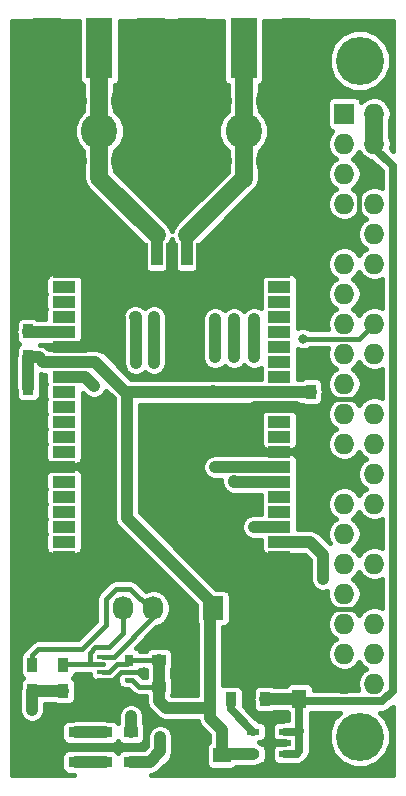
<source format=gtl>
G04 #@! TF.FileFunction,Copper,L1,Top,Signal*
%FSLAX46Y46*%
G04 Gerber Fmt 4.6, Leading zero omitted, Abs format (unit mm)*
G04 Created by KiCad (PCBNEW 4.0.0-rc1-stable) date 31.1.2017 13:36:08*
%MOMM*%
G01*
G04 APERTURE LIST*
%ADD10C,0.100000*%
%ADD11R,1.727200X1.727200*%
%ADD12O,1.727200X1.727200*%
%ADD13C,4.064000*%
%ADD14R,0.900000X1.200000*%
%ADD15R,1.250000X1.500000*%
%ADD16R,1.200000X0.900000*%
%ADD17R,1.500000X1.250000*%
%ADD18R,1.016000X1.962000*%
%ADD19R,1.962000X1.016000*%
%ADD20R,1.050000X0.600000*%
%ADD21R,0.800000X0.350000*%
%ADD22O,3.400000X2.200000*%
%ADD23R,1.727200X2.032000*%
%ADD24O,1.727200X2.032000*%
%ADD25C,3.080000*%
%ADD26R,2.286000X5.080000*%
%ADD27R,2.413000X5.080000*%
%ADD28C,0.800000*%
%ADD29C,1.000000*%
%ADD30C,0.700000*%
%ADD31C,0.400000*%
%ADD32C,0.200000*%
%ADD33C,1.500000*%
%ADD34C,0.500000*%
G04 APERTURE END LIST*
D10*
D11*
X28800000Y56640000D03*
D12*
X31340000Y56640000D03*
X28800000Y54100000D03*
X31340000Y54100000D03*
X28800000Y51560000D03*
X31340000Y51560000D03*
X28800000Y49020000D03*
X31340000Y49020000D03*
X28800000Y46480000D03*
X31340000Y46480000D03*
X28800000Y43940000D03*
X31340000Y43940000D03*
X28800000Y41400000D03*
X31340000Y41400000D03*
X28800000Y38860000D03*
X31340000Y38860000D03*
X28800000Y36320000D03*
X31340000Y36320000D03*
X28800000Y33780000D03*
X31340000Y33780000D03*
X28800000Y31240000D03*
X31340000Y31240000D03*
X28800000Y28700000D03*
X31340000Y28700000D03*
X28800000Y26160000D03*
X31340000Y26160000D03*
X28800000Y23620000D03*
X31340000Y23620000D03*
X28800000Y21080000D03*
X31340000Y21080000D03*
X28800000Y18540000D03*
X31340000Y18540000D03*
X28800000Y16000000D03*
X31340000Y16000000D03*
X28800000Y13460000D03*
X31340000Y13460000D03*
X28800000Y10920000D03*
X31340000Y10920000D03*
X28800000Y8380000D03*
X31340000Y8380000D03*
D13*
X30115000Y3880000D03*
X30110000Y61140000D03*
D14*
X2030000Y33420000D03*
X2030000Y31220000D03*
X25970000Y33110000D03*
X25970000Y30910000D03*
X22110000Y7070000D03*
X22110000Y9270000D03*
D15*
X25010000Y7120000D03*
X25010000Y9620000D03*
D16*
X15300000Y8130000D03*
X13100000Y8130000D03*
X15300000Y10410000D03*
X13100000Y10410000D03*
D14*
X19210000Y7070000D03*
X19210000Y9270000D03*
D17*
X18420000Y2330000D03*
X15920000Y2330000D03*
D16*
X3870000Y1750000D03*
X6070000Y1750000D03*
X3870000Y4270000D03*
X6070000Y4270000D03*
X8550000Y1750000D03*
X10750000Y1750000D03*
D14*
X5030000Y7780000D03*
X5030000Y9980000D03*
X2380000Y7780000D03*
X2380000Y9980000D03*
X2030000Y36000000D03*
X2030000Y38200000D03*
D16*
X8550000Y4270000D03*
X10750000Y4270000D03*
D18*
X18010000Y44759000D03*
X10390000Y44759000D03*
X11660000Y44759000D03*
X16740000Y44759000D03*
X15470000Y44759000D03*
X14200000Y44759000D03*
X12930000Y44759000D03*
D19*
X23309000Y20410000D03*
X23309000Y21680000D03*
X23309000Y22950000D03*
X23309000Y24220000D03*
X23309000Y25490000D03*
X23309000Y26760000D03*
X23309000Y28030000D03*
X23309000Y29300000D03*
X23309000Y30570000D03*
X23309000Y31840000D03*
X23309000Y33110000D03*
X23309000Y34380000D03*
X23309000Y35650000D03*
X23309000Y36920000D03*
X23309000Y38190000D03*
X23309000Y39460000D03*
X23309000Y40730000D03*
X23309000Y42000000D03*
X23309000Y19140000D03*
X23309000Y43270000D03*
X5091000Y43270000D03*
X5091000Y42000000D03*
X5091000Y40730000D03*
X5091000Y39460000D03*
X5091000Y38190000D03*
X5091000Y36920000D03*
X5091000Y35650000D03*
X5091000Y34380000D03*
X5091000Y33110000D03*
X5091000Y31840000D03*
X5091000Y30570000D03*
X5091000Y29300000D03*
X5091000Y28030000D03*
X5091000Y26760000D03*
X5091000Y25490000D03*
X5091000Y24220000D03*
X5091000Y22950000D03*
X5091000Y21680000D03*
X5091000Y20410000D03*
X5091000Y19140000D03*
D20*
X21110000Y4320000D03*
X21110000Y2420000D03*
X23810000Y2420000D03*
X23810000Y4320000D03*
X23810000Y3370000D03*
D21*
X10595000Y10675000D03*
X10595000Y10025000D03*
X10595000Y9375000D03*
X10595000Y8725000D03*
X8245000Y8725000D03*
X8245000Y9375000D03*
X8245000Y10675000D03*
X8245000Y10025000D03*
D22*
X2510000Y15320000D03*
D23*
X17710000Y14770000D03*
D24*
X15170000Y14770000D03*
X12630000Y14770000D03*
X10090000Y14770000D03*
D22*
X25310000Y15320000D03*
D25*
X20290000Y55160000D03*
X22830000Y52610000D03*
X17750000Y52610000D03*
X22830000Y57710000D03*
D26*
X20290000Y62160000D03*
D27*
X24690000Y62160000D03*
X15890000Y62160000D03*
D25*
X17750000Y57710000D03*
X8070000Y55170000D03*
X10610000Y52620000D03*
X5530000Y52620000D03*
X10610000Y57720000D03*
D26*
X8070000Y62170000D03*
D27*
X12470000Y62170000D03*
X3670000Y62170000D03*
D25*
X5530000Y57720000D03*
D28*
X2380000Y6150000D03*
X18420000Y4480000D03*
X21550000Y16270000D03*
X17860000Y20760000D03*
X15760000Y25340000D03*
X15360000Y28080000D03*
X15760000Y23020000D03*
X20050000Y18340000D03*
X21440000Y13240000D03*
X13300000Y25350000D03*
X14400000Y31220000D03*
X14450000Y35030000D03*
X13290000Y28180000D03*
X13300000Y23030000D03*
X23470000Y11300000D03*
X26630000Y9640000D03*
X20690000Y9660000D03*
X22680000Y3370000D03*
X2500000Y1750000D03*
X25310000Y28030000D03*
X3240000Y19140000D03*
X3400000Y43270000D03*
X9670000Y46970000D03*
X8100000Y48540000D03*
X6380000Y50260000D03*
X7190000Y49450000D03*
X8930000Y47710000D03*
X10370000Y46270000D03*
X12620000Y49470000D03*
X14200000Y47890000D03*
X15780000Y49480000D03*
X16590000Y50290000D03*
X14970000Y48660000D03*
X13410000Y48680000D03*
X11910000Y50180000D03*
X19150000Y47170000D03*
X20650000Y48670000D03*
X22100000Y50120000D03*
X21320000Y49340000D03*
X19890000Y47910000D03*
X18460000Y46480000D03*
X15770000Y31200000D03*
X15760000Y35030000D03*
X7700000Y37440000D03*
X2030000Y26770000D03*
X11840000Y9370000D03*
X15540000Y4480000D03*
X13240000Y3860000D03*
X25310000Y37590000D03*
X11120000Y39450000D03*
X11130000Y35570000D03*
X12680000Y35570000D03*
X12680000Y39440000D03*
X7620000Y33620000D03*
X10740000Y5620000D03*
X17890000Y39230000D03*
X17890000Y26750000D03*
X17890000Y36010000D03*
X19460000Y39250000D03*
X19460000Y25500000D03*
X19460000Y36010000D03*
X21180000Y36020000D03*
X21180000Y21680000D03*
X21180000Y39250000D03*
X27020000Y17270000D03*
D29*
X17710000Y14770000D02*
X17710000Y15100000D01*
X17710000Y15100000D02*
X10390000Y22420000D01*
X10390000Y22420000D02*
X10390000Y33110000D01*
X17710000Y33110000D02*
X10390000Y33110000D01*
X10390000Y33110000D02*
X10270000Y33110000D01*
X10270000Y33110000D02*
X7730000Y35650000D01*
X5310000Y35650000D02*
X7730000Y35650000D01*
X17710000Y33110000D02*
X17710000Y33120000D01*
X17710000Y33120000D02*
X17710000Y33110000D01*
X20310000Y33110000D02*
X17710000Y33110000D01*
X20310000Y33110000D02*
X23090000Y33110000D01*
D30*
X20310000Y33110000D02*
X23090000Y33110000D01*
D29*
X23090000Y33110000D02*
X25970000Y33110000D01*
X18420000Y4480000D02*
X17440000Y5460000D01*
X17440000Y5460000D02*
X17440000Y6310000D01*
X18420000Y4480000D02*
X18420000Y2330000D01*
X2380000Y7780000D02*
X2380000Y6150000D01*
X18420000Y4480000D02*
X18420000Y3910000D01*
X2380000Y7780000D02*
X5030000Y7780000D01*
X2030000Y36000000D02*
X2030000Y33420000D01*
D31*
X10445000Y8725000D02*
X10835000Y8725000D01*
X10835000Y8725000D02*
X11430000Y8130000D01*
X11430000Y8130000D02*
X11880000Y8130000D01*
D29*
X13100000Y8130000D02*
X13100000Y6930000D01*
X13100000Y6930000D02*
X13720000Y6310000D01*
X13720000Y6310000D02*
X17440000Y6310000D01*
D31*
X8395000Y9375000D02*
X8915000Y9375000D01*
X9565000Y10025000D02*
X10445000Y10025000D01*
X8915000Y9375000D02*
X9565000Y10025000D01*
X10445000Y10360000D02*
X13050000Y10360000D01*
X13050000Y10360000D02*
X13100000Y10410000D01*
X10445000Y10675000D02*
X10445000Y10360000D01*
X10445000Y10360000D02*
X10445000Y10025000D01*
X11880000Y8130000D02*
X13100000Y8130000D01*
D29*
X17710000Y14770000D02*
X17440000Y14500000D01*
X17440000Y14500000D02*
X17440000Y6310000D01*
X18420000Y3910000D02*
X18420000Y3910000D01*
X18420000Y3910000D02*
X18420000Y2330000D01*
X21110000Y2420000D02*
X18510000Y2420000D01*
X18510000Y2420000D02*
X18420000Y2330000D01*
X13100000Y10410000D02*
X13100000Y8130000D01*
X2030000Y36000000D02*
X2960000Y36000000D01*
X3310000Y35650000D02*
X5310000Y35650000D01*
X2960000Y36000000D02*
X3310000Y35650000D01*
X17510000Y14570000D02*
X17710000Y14770000D01*
D32*
X21550000Y16270000D02*
X21550000Y13350000D01*
X17860000Y20760000D02*
X17860000Y20530000D01*
X15760000Y23020000D02*
X15760000Y25340000D01*
X15770000Y31200000D02*
X15770000Y28490000D01*
X15770000Y28490000D02*
X15360000Y28080000D01*
X17860000Y20530000D02*
X20050000Y18340000D01*
X21550000Y13350000D02*
X21440000Y13240000D01*
X13300000Y23030000D02*
X13300000Y25350000D01*
D29*
X14450000Y35030000D02*
X15020000Y35600000D01*
D32*
X22110000Y9270000D02*
X22110000Y9940000D01*
X22110000Y9940000D02*
X23470000Y11300000D01*
X25010000Y9620000D02*
X26610000Y9620000D01*
X26610000Y9620000D02*
X26630000Y9640000D01*
X19210000Y9270000D02*
X20300000Y9270000D01*
X20300000Y9270000D02*
X20690000Y9660000D01*
X19210000Y9270000D02*
X20710000Y9270000D01*
D30*
X22110000Y9270000D02*
X20710000Y9270000D01*
D32*
X23810000Y3370000D02*
X22680000Y3370000D01*
X22680000Y3370000D02*
X22410000Y3370000D01*
D30*
X22410000Y3370000D02*
X22410000Y5070000D01*
D32*
X3870000Y1750000D02*
X2500000Y1750000D01*
X23090000Y28030000D02*
X25310000Y28030000D01*
X5310000Y19140000D02*
X3240000Y19140000D01*
X5310000Y43270000D02*
X3400000Y43270000D01*
X6380000Y50260000D02*
X5530000Y51110000D01*
X8100000Y48540000D02*
X7190000Y49450000D01*
X9670000Y46970000D02*
X8930000Y47710000D01*
X5530000Y52620000D02*
X5530000Y51110000D01*
X11910000Y50180000D02*
X12620000Y49470000D01*
X13410000Y48680000D02*
X14200000Y47890000D01*
X15780000Y49480000D02*
X14970000Y48670000D01*
X16590000Y50290000D02*
X17750000Y51450000D01*
X14970000Y48670000D02*
X14970000Y48660000D01*
X17750000Y52610000D02*
X17750000Y51450000D01*
X22830000Y50850000D02*
X22100000Y50120000D01*
X22830000Y50850000D02*
X22830000Y52610000D01*
X20650000Y48670000D02*
X21320000Y49340000D01*
X19150000Y47170000D02*
X19890000Y47910000D01*
D29*
X15770000Y31200000D02*
X20620000Y31200000D01*
X15020000Y35600000D02*
X15190000Y35600000D01*
X15190000Y35600000D02*
X15760000Y35030000D01*
X21260000Y31840000D02*
X23090000Y31840000D01*
X20620000Y31200000D02*
X21260000Y31840000D01*
X15020000Y42150000D02*
X15020000Y35600000D01*
X25310000Y28030000D02*
X25780000Y28030000D01*
X25780000Y28030000D02*
X25970000Y28220000D01*
X28800000Y26160000D02*
X26830000Y26160000D01*
X25970000Y27020000D02*
X25970000Y28220000D01*
X25970000Y28220000D02*
X25970000Y28690000D01*
X26830000Y26160000D02*
X25970000Y27020000D01*
X25970000Y28690000D02*
X25970000Y30910000D01*
D31*
X31340000Y51560000D02*
X30070000Y50290000D01*
X30070000Y47750000D02*
X28800000Y46480000D01*
X30070000Y50290000D02*
X30070000Y47750000D01*
D29*
X23090000Y43270000D02*
X26300000Y46480000D01*
X26300000Y46480000D02*
X28800000Y46480000D01*
D31*
X25970000Y30910000D02*
X27570000Y32510000D01*
X30070000Y32510000D02*
X31340000Y33780000D01*
X27570000Y32510000D02*
X30070000Y32510000D01*
D29*
X7700000Y37440000D02*
X7350000Y37440000D01*
X2030000Y27530000D02*
X2030000Y26770000D01*
X7350000Y37440000D02*
X7140000Y37230000D01*
X5310000Y36920000D02*
X6830000Y36920000D01*
X6830000Y36920000D02*
X7140000Y37230000D01*
X7140000Y37230000D02*
X7140000Y43270000D01*
X23090000Y31840000D02*
X24740000Y31840000D01*
X24740000Y31840000D02*
X25670000Y30910000D01*
X25670000Y30910000D02*
X25970000Y30910000D01*
D31*
X8395000Y8725000D02*
X8395000Y7845000D01*
D29*
X4910000Y5680000D02*
X7770000Y5680000D01*
X7770000Y5680000D02*
X8400000Y6310000D01*
X8400000Y6310000D02*
X8400000Y7840000D01*
X4910000Y5680000D02*
X3870000Y4640000D01*
D31*
X8395000Y7845000D02*
X8400000Y7840000D01*
D29*
X3870000Y4270000D02*
X3870000Y4640000D01*
X1620000Y14430000D02*
X2510000Y15320000D01*
X2030000Y31220000D02*
X2030000Y27530000D01*
X2800000Y26760000D02*
X5310000Y26760000D01*
X2030000Y27530000D02*
X2800000Y26760000D01*
D31*
X11835000Y9375000D02*
X10445000Y9375000D01*
X11835000Y9375000D02*
X11840000Y9370000D01*
D29*
X15540000Y4480000D02*
X15920000Y4100000D01*
X15920000Y4100000D02*
X15920000Y2330000D01*
X15300000Y10410000D02*
X15300000Y14640000D01*
X15300000Y14640000D02*
X15170000Y14770000D01*
D31*
X8395000Y8725000D02*
X9235000Y8725000D01*
X9235000Y8725000D02*
X9885000Y9375000D01*
X9885000Y9375000D02*
X10445000Y9375000D01*
D29*
X15300000Y10410000D02*
X15300000Y8130000D01*
X5530000Y52620000D02*
X5530000Y43490000D01*
X5530000Y43490000D02*
X5310000Y43270000D01*
X16740000Y44540000D02*
X16740000Y42880000D01*
X16010000Y42150000D02*
X15020000Y42150000D01*
X15020000Y42150000D02*
X14200000Y42150000D01*
X16740000Y42880000D02*
X16010000Y42150000D01*
X11660000Y44540000D02*
X11660000Y42750000D01*
X11660000Y42750000D02*
X12260000Y42150000D01*
X12260000Y42150000D02*
X14200000Y42150000D01*
X14200000Y44540000D02*
X14200000Y42150000D01*
X18010000Y44540000D02*
X19110000Y44540000D01*
X19110000Y44540000D02*
X20380000Y43270000D01*
X20380000Y43270000D02*
X23090000Y43270000D01*
X16740000Y44540000D02*
X18010000Y44540000D01*
X10390000Y44540000D02*
X8410000Y44540000D01*
X7140000Y43270000D02*
X5310000Y43270000D01*
X8410000Y44540000D02*
X7140000Y43270000D01*
X10390000Y44540000D02*
X11660000Y44540000D01*
X3870000Y4270000D02*
X3870000Y1750000D01*
D31*
X31340000Y16000000D02*
X30070000Y14730000D01*
X30070000Y14730000D02*
X25900000Y14730000D01*
X25900000Y14730000D02*
X25310000Y15320000D01*
D29*
X25010000Y9620000D02*
X25310000Y9920000D01*
X25310000Y9920000D02*
X25310000Y15320000D01*
X23090000Y19140000D02*
X25310000Y16920000D01*
X25310000Y16920000D02*
X25310000Y15320000D01*
X5310000Y19140000D02*
X2510000Y16340000D01*
X2510000Y16340000D02*
X2510000Y15320000D01*
D30*
X22410000Y5070000D02*
X21910000Y5570000D01*
X25010000Y9620000D02*
X24660000Y9270000D01*
X24660000Y9270000D02*
X22110000Y9270000D01*
X23810000Y3370000D02*
X22810000Y3370000D01*
X22410000Y3370000D02*
X22810000Y3370000D01*
X22410000Y3770000D02*
X22410000Y5070000D01*
X22010000Y1070000D02*
X22410000Y1470000D01*
X22410000Y1470000D02*
X22410000Y3770000D01*
X25010000Y9620000D02*
X25760000Y9620000D01*
X27000000Y8380000D02*
X28800000Y8380000D01*
X25760000Y9620000D02*
X27000000Y8380000D01*
X22110000Y9270000D02*
X24660000Y9270000D01*
X20710000Y6170000D02*
X20710000Y9270000D01*
X21910000Y5570000D02*
X21310000Y5570000D01*
X21310000Y5570000D02*
X20710000Y6170000D01*
D29*
X10610000Y57720000D02*
X10610000Y52620000D01*
X5530000Y57720000D02*
X5530000Y52620000D01*
X5530000Y57720000D02*
X3670000Y59580000D01*
X3670000Y59580000D02*
X3670000Y62170000D01*
X17750000Y57710000D02*
X17750000Y52610000D01*
X22830000Y57710000D02*
X22830000Y52610000D01*
X22830000Y57710000D02*
X24690000Y59570000D01*
X24690000Y59570000D02*
X24690000Y62160000D01*
X15890000Y62160000D02*
X15890000Y59570000D01*
X15890000Y59570000D02*
X17750000Y57710000D01*
X12470000Y62170000D02*
X15880000Y62170000D01*
X15880000Y62170000D02*
X15890000Y62160000D01*
X10610000Y57720000D02*
X11560000Y57720000D01*
X11560000Y57720000D02*
X12470000Y58630000D01*
X12470000Y58630000D02*
X12470000Y62170000D01*
D30*
X23810000Y4320000D02*
X25010000Y4320000D01*
X25010000Y4320000D02*
X25060000Y4370000D01*
X25010000Y7120000D02*
X25010000Y4370000D01*
X25010000Y4370000D02*
X25010000Y2670000D01*
X24760000Y2420000D02*
X23810000Y2420000D01*
X25010000Y2670000D02*
X24760000Y2420000D01*
X25260000Y6870000D02*
X28910000Y6870000D01*
X32910000Y52170000D02*
X31340000Y53740000D01*
X32910000Y7770000D02*
X32010000Y6870000D01*
X32910000Y52170000D02*
X32910000Y7770000D01*
X32010000Y6870000D02*
X28910000Y6870000D01*
X25260000Y6870000D02*
X25010000Y7120000D01*
D29*
X22110000Y7070000D02*
X24960000Y7070000D01*
X24960000Y7070000D02*
X25010000Y7120000D01*
D33*
X31340000Y56640000D02*
X31340000Y54100000D01*
D34*
X31340000Y54100000D02*
X31340000Y53740000D01*
D30*
X19210000Y7070000D02*
X19210000Y6220000D01*
X19210000Y6220000D02*
X21110000Y4320000D01*
D29*
X6070000Y1750000D02*
X8550000Y1750000D01*
X6070000Y4270000D02*
X8550000Y4270000D01*
X12340000Y1750000D02*
X13240000Y2650000D01*
X13240000Y2650000D02*
X13240000Y3860000D01*
X10750000Y1750000D02*
X12340000Y1750000D01*
D31*
X30070000Y37590000D02*
X31340000Y38860000D01*
X30070000Y37590000D02*
X28280000Y37590000D01*
X25310000Y37590000D02*
X28280000Y37590000D01*
D29*
X11130000Y39440000D02*
X11120000Y39450000D01*
X11130000Y35570000D02*
X11130000Y39440000D01*
D31*
X7250000Y10025000D02*
X7250000Y10960000D01*
X7250000Y10960000D02*
X7740000Y11450000D01*
X10090000Y12640000D02*
X10090000Y14770000D01*
X10090000Y12640000D02*
X8900000Y11450000D01*
X7740000Y11450000D02*
X8900000Y11450000D01*
X7250000Y10025000D02*
X7250000Y10060000D01*
X7250000Y10060000D02*
X7250000Y10025000D01*
X8395000Y10025000D02*
X7250000Y10025000D01*
X7250000Y10025000D02*
X5075000Y10025000D01*
X5075000Y10025000D02*
X5030000Y9980000D01*
D29*
X12680000Y35570000D02*
X12680000Y39440000D01*
D31*
X12630000Y14770000D02*
X12350000Y14770000D01*
X12350000Y14770000D02*
X10700000Y16420000D01*
X2380000Y10810000D02*
X2380000Y9980000D01*
X2890000Y11320000D02*
X2380000Y10810000D01*
X6590000Y11320000D02*
X2890000Y11320000D01*
X8610000Y13340000D02*
X6590000Y11320000D01*
X8610000Y15560000D02*
X8610000Y13340000D01*
X9470000Y16420000D02*
X8610000Y15560000D01*
X10700000Y16420000D02*
X9470000Y16420000D01*
X8395000Y10675000D02*
X9265000Y10675000D01*
X9265000Y10675000D02*
X12630000Y14040000D01*
X12630000Y14040000D02*
X12630000Y14770000D01*
D29*
X5310000Y38190000D02*
X2040000Y38190000D01*
X2040000Y38190000D02*
X2030000Y38200000D01*
X6860000Y34380000D02*
X7620000Y33620000D01*
X5310000Y34380000D02*
X6860000Y34380000D01*
X10750000Y5610000D02*
X10740000Y5620000D01*
X10750000Y5610000D02*
X10750000Y4270000D01*
X23090000Y26760000D02*
X17900000Y26760000D01*
X17900000Y26760000D02*
X17890000Y26750000D01*
X17890000Y39230000D02*
X17890000Y36010000D01*
X23090000Y25490000D02*
X19470000Y25490000D01*
X19470000Y25490000D02*
X19460000Y25500000D01*
X19460000Y39250000D02*
X19460000Y36010000D01*
X21180000Y39250000D02*
X21180000Y36020000D01*
X23090000Y21680000D02*
X21180000Y21680000D01*
X25910000Y20410000D02*
X27020000Y19300000D01*
X27020000Y19300000D02*
X27020000Y17270000D01*
X25910000Y20410000D02*
X23090000Y20410000D01*
X12930000Y44540000D02*
X12930000Y46350000D01*
D33*
X8070000Y51210000D02*
X8070000Y55170000D01*
X12910000Y46370000D02*
X8070000Y51210000D01*
D29*
X12930000Y46350000D02*
X12910000Y46370000D01*
D33*
X8070000Y55170000D02*
X8070000Y62170000D01*
X20290000Y51170000D02*
X15470000Y46350000D01*
X15510000Y46370000D02*
X15470000Y46370000D01*
X15490000Y46350000D02*
X15510000Y46370000D01*
X15470000Y46350000D02*
X15490000Y46350000D01*
X20290000Y55160000D02*
X20290000Y51170000D01*
X20290000Y51170000D02*
X20290000Y51150000D01*
D29*
X15470000Y44540000D02*
X15470000Y46370000D01*
D33*
X20290000Y55160000D02*
X20290000Y62160000D01*
D31*
G36*
X6315246Y59630000D02*
X6357083Y59407654D01*
X6488490Y59203442D01*
X6688993Y59066444D01*
X6720000Y59060165D01*
X6720000Y56846133D01*
X6256854Y56383795D01*
X5930372Y55597540D01*
X5929629Y54746195D01*
X6254739Y53959371D01*
X6720000Y53493297D01*
X6720000Y51210000D01*
X6822763Y50693377D01*
X6954376Y50496405D01*
X7115406Y50255406D01*
X11810246Y45560566D01*
X11810246Y43778000D01*
X11852083Y43555654D01*
X11983490Y43351442D01*
X12183993Y43214444D01*
X12422000Y43166246D01*
X13438000Y43166246D01*
X13660346Y43208083D01*
X13864558Y43339490D01*
X14001556Y43539993D01*
X14049754Y43778000D01*
X14049754Y45692517D01*
X14157238Y45853378D01*
X14188011Y46008086D01*
X14222763Y45833377D01*
X14350246Y45642585D01*
X14350246Y43778000D01*
X14392083Y43555654D01*
X14523490Y43351442D01*
X14723993Y43214444D01*
X14962000Y43166246D01*
X15978000Y43166246D01*
X16200346Y43208083D01*
X16404558Y43339490D01*
X16541556Y43539993D01*
X16589754Y43778000D01*
X16589754Y45560566D01*
X21184321Y50155133D01*
X21244594Y50195406D01*
X21537237Y50633377D01*
X21640000Y51150000D01*
X21640000Y53483867D01*
X22103146Y53946205D01*
X22429628Y54732460D01*
X22430371Y55583805D01*
X22105261Y56370629D01*
X21640000Y56836703D01*
X21640000Y59047195D01*
X21655346Y59050083D01*
X21859558Y59181490D01*
X21996556Y59381993D01*
X22044754Y59620000D01*
X22044754Y60618760D01*
X27477544Y60618760D01*
X27877398Y59651039D01*
X28617145Y58910000D01*
X29584166Y58508458D01*
X30631240Y58507544D01*
X31598961Y58907398D01*
X32340000Y59647145D01*
X32741542Y60614166D01*
X32742456Y61661240D01*
X32342602Y62628961D01*
X31602855Y63370000D01*
X30635834Y63771542D01*
X29588760Y63772456D01*
X28621039Y63372602D01*
X27880000Y62632855D01*
X27478458Y61665834D01*
X27477544Y60618760D01*
X22044754Y60618760D01*
X22044754Y64475000D01*
X32905000Y64475000D01*
X32905000Y53518503D01*
X32728704Y53694799D01*
X32803600Y54071326D01*
X32803600Y54128674D01*
X32692190Y54688769D01*
X32690000Y54692047D01*
X32690000Y56047953D01*
X32692190Y56051231D01*
X32803600Y56611326D01*
X32803600Y56668674D01*
X32692190Y57228769D01*
X32374921Y57703595D01*
X31900095Y58020864D01*
X31340000Y58132274D01*
X30779905Y58020864D01*
X30305079Y57703595D01*
X30252523Y57624939D01*
X30233517Y57725946D01*
X30102110Y57930158D01*
X29901607Y58067156D01*
X29663600Y58115354D01*
X27936400Y58115354D01*
X27714054Y58073517D01*
X27509842Y57942110D01*
X27372844Y57741607D01*
X27324646Y57503600D01*
X27324646Y55776400D01*
X27366483Y55554054D01*
X27497890Y55349842D01*
X27698393Y55212844D01*
X27806132Y55191026D01*
X27765079Y55163595D01*
X27447810Y54688769D01*
X27336400Y54128674D01*
X27336400Y54071326D01*
X27447810Y53511231D01*
X27765079Y53036405D01*
X28073986Y52830000D01*
X27765079Y52623595D01*
X27447810Y52148769D01*
X27336400Y51588674D01*
X27336400Y51531326D01*
X27447810Y50971231D01*
X27765079Y50496405D01*
X28073986Y50290000D01*
X27765079Y50083595D01*
X27447810Y49608769D01*
X27336400Y49048674D01*
X27336400Y48991326D01*
X27447810Y48431231D01*
X27765079Y47956405D01*
X28239905Y47639136D01*
X28800000Y47527726D01*
X29360095Y47639136D01*
X29834921Y47956405D01*
X30070000Y48308225D01*
X30305079Y47956405D01*
X30613986Y47750000D01*
X30305079Y47543595D01*
X29987810Y47068769D01*
X29876400Y46508674D01*
X29876400Y46451326D01*
X29987810Y45891231D01*
X30305079Y45416405D01*
X30613986Y45210000D01*
X30305079Y45003595D01*
X30070000Y44651775D01*
X29834921Y45003595D01*
X29360095Y45320864D01*
X28800000Y45432274D01*
X28239905Y45320864D01*
X27765079Y45003595D01*
X27447810Y44528769D01*
X27336400Y43968674D01*
X27336400Y43911326D01*
X27447810Y43351231D01*
X27765079Y42876405D01*
X28073986Y42670000D01*
X27765079Y42463595D01*
X27447810Y41988769D01*
X27336400Y41428674D01*
X27336400Y41371326D01*
X27447810Y40811231D01*
X27765079Y40336405D01*
X28073986Y40130000D01*
X27765079Y39923595D01*
X27447810Y39448769D01*
X27336400Y38888674D01*
X27336400Y38831326D01*
X27424185Y38390000D01*
X25924376Y38390000D01*
X25877194Y38437264D01*
X25509785Y38589826D01*
X25111960Y38590173D01*
X24901754Y38503318D01*
X24901754Y38698000D01*
X24876980Y38829663D01*
X24901754Y38952000D01*
X24901754Y39968000D01*
X24876980Y40099663D01*
X24901754Y40222000D01*
X24901754Y41238000D01*
X24876980Y41369663D01*
X24901754Y41492000D01*
X24901754Y42508000D01*
X24859917Y42730346D01*
X24728510Y42934558D01*
X24528007Y43071556D01*
X24290000Y43119754D01*
X22328000Y43119754D01*
X22105654Y43077917D01*
X21901442Y42946510D01*
X21764444Y42746007D01*
X21716246Y42508000D01*
X21716246Y41492000D01*
X21741020Y41360337D01*
X21716246Y41238000D01*
X21716246Y40222000D01*
X21723299Y40184517D01*
X21600952Y40266267D01*
X21180000Y40350000D01*
X20759048Y40266267D01*
X20402183Y40027817D01*
X20320000Y39904822D01*
X20237817Y40027817D01*
X19880952Y40266267D01*
X19460000Y40350000D01*
X19039048Y40266267D01*
X18682183Y40027817D01*
X18668318Y40007067D01*
X18667817Y40007817D01*
X18310952Y40246267D01*
X17890000Y40330000D01*
X17469048Y40246267D01*
X17112183Y40007817D01*
X16873733Y39650952D01*
X16790000Y39230000D01*
X16790000Y36010000D01*
X16873733Y35589048D01*
X17112183Y35232183D01*
X17469048Y34993733D01*
X17890000Y34910000D01*
X18310952Y34993733D01*
X18667817Y35232183D01*
X18675000Y35242933D01*
X18682183Y35232183D01*
X19039048Y34993733D01*
X19460000Y34910000D01*
X19880952Y34993733D01*
X20237817Y35232183D01*
X20323341Y35360178D01*
X20402183Y35242183D01*
X20759048Y35003733D01*
X21180000Y34920000D01*
X21600952Y35003733D01*
X21726480Y35087609D01*
X21741020Y35010337D01*
X21716246Y34888000D01*
X21716246Y34210000D01*
X17760273Y34210000D01*
X17710000Y34220000D01*
X17659727Y34210000D01*
X10725635Y34210000D01*
X8507817Y36427817D01*
X8150952Y36666267D01*
X7730000Y36750000D01*
X6169547Y36750000D01*
X6072000Y36769754D01*
X4110000Y36769754D01*
X4005016Y36750000D01*
X3765634Y36750000D01*
X3737817Y36777817D01*
X3647736Y36838007D01*
X3380952Y37016267D01*
X3010273Y37090000D01*
X4012453Y37090000D01*
X4110000Y37070246D01*
X6072000Y37070246D01*
X6294346Y37112083D01*
X6498558Y37243490D01*
X6635556Y37443993D01*
X6683754Y37682000D01*
X6683754Y38698000D01*
X6658980Y38829663D01*
X6683754Y38952000D01*
X6683754Y39450000D01*
X10020001Y39450000D01*
X10030000Y39399731D01*
X10030000Y35570000D01*
X10113733Y35149048D01*
X10352183Y34792183D01*
X10709048Y34553733D01*
X11130000Y34470000D01*
X11550952Y34553733D01*
X11905000Y34790301D01*
X12259048Y34553733D01*
X12680000Y34470000D01*
X13100952Y34553733D01*
X13457817Y34792183D01*
X13696267Y35149048D01*
X13780000Y35570000D01*
X13780000Y39440000D01*
X13696267Y39860952D01*
X13457817Y40217817D01*
X13100952Y40456267D01*
X12680000Y40540000D01*
X12259048Y40456267D01*
X11905561Y40220074D01*
X11897817Y40227817D01*
X11540951Y40466267D01*
X11120000Y40549999D01*
X10699049Y40466267D01*
X10342183Y40227817D01*
X10103733Y39870951D01*
X10020001Y39450000D01*
X6683754Y39450000D01*
X6683754Y39968000D01*
X6658980Y40099663D01*
X6683754Y40222000D01*
X6683754Y41238000D01*
X6658980Y41369663D01*
X6683754Y41492000D01*
X6683754Y42508000D01*
X6641917Y42730346D01*
X6510510Y42934558D01*
X6310007Y43071556D01*
X6072000Y43119754D01*
X4110000Y43119754D01*
X3887654Y43077917D01*
X3683442Y42946510D01*
X3546444Y42746007D01*
X3498246Y42508000D01*
X3498246Y41492000D01*
X3523020Y41360337D01*
X3498246Y41238000D01*
X3498246Y40222000D01*
X3523020Y40090337D01*
X3498246Y39968000D01*
X3498246Y39290000D01*
X2825660Y39290000D01*
X2718007Y39363556D01*
X2480000Y39411754D01*
X1580000Y39411754D01*
X1357654Y39369917D01*
X1153442Y39238510D01*
X1016444Y39038007D01*
X968246Y38800000D01*
X968246Y38392271D01*
X930001Y38200000D01*
X968246Y38007729D01*
X968246Y37600000D01*
X1010083Y37377654D01*
X1141490Y37173442D01*
X1248988Y37099992D01*
X1153442Y37038510D01*
X1016444Y36838007D01*
X968246Y36600000D01*
X968246Y36192275D01*
X930000Y36000000D01*
X930000Y33420000D01*
X968246Y33227725D01*
X968246Y32820000D01*
X1010083Y32597654D01*
X1141490Y32393442D01*
X1341993Y32256444D01*
X1580000Y32208246D01*
X2480000Y32208246D01*
X2702346Y32250083D01*
X2906558Y32381490D01*
X3043556Y32581993D01*
X3091754Y32820000D01*
X3091754Y33227725D01*
X3130000Y33420000D01*
X3130000Y34585804D01*
X3310000Y34550000D01*
X3498246Y34550000D01*
X3498246Y33872000D01*
X3523020Y33740337D01*
X3498246Y33618000D01*
X3498246Y32602000D01*
X3523020Y32470337D01*
X3498246Y32348000D01*
X3498246Y31332000D01*
X3523020Y31200337D01*
X3498246Y31078000D01*
X3498246Y30062000D01*
X3523020Y29930337D01*
X3498246Y29808000D01*
X3498246Y28792000D01*
X3523020Y28660337D01*
X3498246Y28538000D01*
X3498246Y27522000D01*
X3540083Y27299654D01*
X3671490Y27095442D01*
X3871993Y26958444D01*
X4110000Y26910246D01*
X6072000Y26910246D01*
X6294346Y26952083D01*
X6498558Y27083490D01*
X6635556Y27283993D01*
X6683754Y27522000D01*
X6683754Y28538000D01*
X6658980Y28669663D01*
X6683754Y28792000D01*
X6683754Y29808000D01*
X6658980Y29939663D01*
X6683754Y30062000D01*
X6683754Y31078000D01*
X6658980Y31209663D01*
X6683754Y31332000D01*
X6683754Y32348000D01*
X6658980Y32479663D01*
X6683754Y32602000D01*
X6683754Y33000611D01*
X6842182Y32842183D01*
X7199049Y32603733D01*
X7620000Y32520001D01*
X8040951Y32603733D01*
X8397817Y32842183D01*
X8631881Y33192485D01*
X9290000Y32534365D01*
X9290000Y22420000D01*
X9373733Y21999048D01*
X9594419Y21668769D01*
X9612183Y21642183D01*
X16234646Y15019719D01*
X16234646Y13754000D01*
X16276483Y13531654D01*
X16340000Y13432946D01*
X16340000Y7410000D01*
X14241696Y7410000D01*
X14263556Y7441993D01*
X14311754Y7680000D01*
X14311754Y8580000D01*
X14269917Y8802346D01*
X14200000Y8911000D01*
X14200000Y9628976D01*
X14263556Y9721993D01*
X14311754Y9960000D01*
X14311754Y10860000D01*
X14269917Y11082346D01*
X14138510Y11286558D01*
X13938007Y11423556D01*
X13700000Y11471754D01*
X13292275Y11471754D01*
X13100000Y11510000D01*
X12907725Y11471754D01*
X12500000Y11471754D01*
X12277654Y11429917D01*
X12073442Y11298510D01*
X11978802Y11160000D01*
X11508513Y11160000D01*
X11433510Y11276558D01*
X11233007Y11413556D01*
X11151444Y11430073D01*
X12896777Y13175406D01*
X13190095Y13233751D01*
X13664921Y13551020D01*
X13982190Y14025846D01*
X14093600Y14585941D01*
X14093600Y14954059D01*
X13982190Y15514154D01*
X13664921Y15988980D01*
X13190095Y16306249D01*
X12630000Y16417659D01*
X12069905Y16306249D01*
X11995103Y16256268D01*
X11265685Y16985685D01*
X11006147Y17159104D01*
X11005986Y17159136D01*
X10700000Y17220000D01*
X9470000Y17220000D01*
X9163853Y17159104D01*
X8904315Y16985686D01*
X8044315Y16125685D01*
X7870896Y15866147D01*
X7810000Y15560000D01*
X7810000Y13671371D01*
X6258630Y12120000D01*
X2890000Y12120000D01*
X2583853Y12059104D01*
X2324315Y11885685D01*
X1814315Y11375685D01*
X1640896Y11116147D01*
X1638800Y11105611D01*
X1503442Y11018510D01*
X1366444Y10818007D01*
X1318246Y10580000D01*
X1318246Y9380000D01*
X1360083Y9157654D01*
X1491490Y8953442D01*
X1598988Y8879992D01*
X1503442Y8818510D01*
X1366444Y8618007D01*
X1318246Y8380000D01*
X1318246Y7972275D01*
X1280000Y7780000D01*
X1280000Y6150000D01*
X1363733Y5729048D01*
X1602183Y5372183D01*
X1959048Y5133733D01*
X2380000Y5050000D01*
X2800952Y5133733D01*
X3157817Y5372183D01*
X3396267Y5729048D01*
X3480000Y6150000D01*
X3480000Y6680000D01*
X4248976Y6680000D01*
X4341993Y6616444D01*
X4580000Y6568246D01*
X5480000Y6568246D01*
X5702346Y6610083D01*
X5906558Y6741490D01*
X6043556Y6941993D01*
X6091754Y7180000D01*
X6091754Y7587725D01*
X6130000Y7780000D01*
X6091754Y7972275D01*
X6091754Y8380000D01*
X6049917Y8602346D01*
X5918510Y8806558D01*
X5811012Y8880008D01*
X5906558Y8941490D01*
X6043556Y9141993D01*
X6060365Y9225000D01*
X7233246Y9225000D01*
X7233246Y9200000D01*
X7275083Y8977654D01*
X7406490Y8773442D01*
X7606993Y8636444D01*
X7845000Y8588246D01*
X8328407Y8588246D01*
X8395000Y8575000D01*
X8915000Y8575000D01*
X9221147Y8635896D01*
X9480685Y8809315D01*
X9586262Y8914891D01*
X9583246Y8900000D01*
X9583246Y8550000D01*
X9625083Y8327654D01*
X9756490Y8123442D01*
X9956993Y7986444D01*
X10195000Y7938246D01*
X10378407Y7938246D01*
X10445000Y7925000D01*
X10503630Y7925000D01*
X10864315Y7564315D01*
X11123853Y7390896D01*
X11430000Y7330000D01*
X12000000Y7330000D01*
X12000000Y6930000D01*
X12083733Y6509048D01*
X12195229Y6342183D01*
X12322183Y6152183D01*
X12942182Y5532183D01*
X13247385Y5328253D01*
X13299048Y5293733D01*
X13720000Y5210000D01*
X16389728Y5210000D01*
X16423733Y5039048D01*
X16644764Y4708253D01*
X16662183Y4682183D01*
X17320000Y4024365D01*
X17320000Y3442774D01*
X17243442Y3393510D01*
X17106444Y3193007D01*
X17058246Y2955000D01*
X17058246Y1705000D01*
X17100083Y1482654D01*
X17231490Y1278442D01*
X17431993Y1141444D01*
X17670000Y1093246D01*
X19170000Y1093246D01*
X19392346Y1135083D01*
X19596558Y1266490D01*
X19633120Y1320000D01*
X21110000Y1320000D01*
X21530952Y1403733D01*
X21707894Y1521962D01*
X21857346Y1550083D01*
X22061558Y1681490D01*
X22198556Y1881993D01*
X22246754Y2120000D01*
X22246754Y2720000D01*
X22204917Y2942346D01*
X22073510Y3146558D01*
X21873007Y3283556D01*
X21710139Y3316538D01*
X21572888Y3408246D01*
X21635000Y3408246D01*
X21857346Y3450083D01*
X22061558Y3581490D01*
X22198556Y3781993D01*
X22246754Y4020000D01*
X22246754Y4620000D01*
X22204917Y4842346D01*
X22073510Y5046558D01*
X21873007Y5183556D01*
X21635000Y5231754D01*
X21541749Y5231754D01*
X20271754Y6501748D01*
X20271754Y7670000D01*
X20229917Y7892346D01*
X20098510Y8096558D01*
X19898007Y8233556D01*
X19660000Y8281754D01*
X18760000Y8281754D01*
X18540000Y8240358D01*
X18540000Y13142246D01*
X18573600Y13142246D01*
X18795946Y13184083D01*
X19000158Y13315490D01*
X19137156Y13515993D01*
X19185354Y13754000D01*
X19185354Y15786000D01*
X19143517Y16008346D01*
X19012110Y16212558D01*
X18811607Y16349556D01*
X18573600Y16397754D01*
X17967881Y16397754D01*
X11490000Y22875634D01*
X11490000Y31078000D01*
X21716246Y31078000D01*
X21716246Y30062000D01*
X21741020Y29930337D01*
X21716246Y29808000D01*
X21716246Y28792000D01*
X21758083Y28569654D01*
X21889490Y28365442D01*
X22089993Y28228444D01*
X22328000Y28180246D01*
X24290000Y28180246D01*
X24512346Y28222083D01*
X24716558Y28353490D01*
X24853556Y28553993D01*
X24901754Y28792000D01*
X24901754Y29808000D01*
X24876980Y29939663D01*
X24901754Y30062000D01*
X24901754Y31078000D01*
X24859917Y31300346D01*
X24728510Y31504558D01*
X24528007Y31641556D01*
X24290000Y31689754D01*
X22328000Y31689754D01*
X22105654Y31647917D01*
X21901442Y31516510D01*
X21764444Y31316007D01*
X21716246Y31078000D01*
X11490000Y31078000D01*
X11490000Y32010000D01*
X22230453Y32010000D01*
X22328000Y31990246D01*
X24290000Y31990246D01*
X24394984Y32010000D01*
X25188976Y32010000D01*
X25281993Y31946444D01*
X25520000Y31898246D01*
X26420000Y31898246D01*
X26642346Y31940083D01*
X26846558Y32071490D01*
X26983556Y32271993D01*
X27031754Y32510000D01*
X27031754Y32917725D01*
X27070000Y33110000D01*
X27031754Y33302275D01*
X27031754Y33710000D01*
X26989917Y33932346D01*
X26858510Y34136558D01*
X26658007Y34273556D01*
X26420000Y34321754D01*
X25520000Y34321754D01*
X25297654Y34279917D01*
X25189000Y34210000D01*
X24901754Y34210000D01*
X24901754Y34888000D01*
X24876980Y35019663D01*
X24901754Y35142000D01*
X24901754Y36158000D01*
X24876980Y36289663D01*
X24901754Y36412000D01*
X24901754Y36676735D01*
X25110215Y36590174D01*
X25508040Y36589827D01*
X25875714Y36741747D01*
X25924051Y36790000D01*
X27424185Y36790000D01*
X27336400Y36348674D01*
X27336400Y36291326D01*
X27447810Y35731231D01*
X27765079Y35256405D01*
X28073986Y35050000D01*
X27765079Y34843595D01*
X27447810Y34368769D01*
X27336400Y33808674D01*
X27336400Y33751326D01*
X27447810Y33191231D01*
X27765079Y32716405D01*
X28073986Y32510000D01*
X27765079Y32303595D01*
X27447810Y31828769D01*
X27336400Y31268674D01*
X27336400Y31211326D01*
X27447810Y30651231D01*
X27765079Y30176405D01*
X28073986Y29970000D01*
X27765079Y29763595D01*
X27447810Y29288769D01*
X27336400Y28728674D01*
X27336400Y28671326D01*
X27447810Y28111231D01*
X27765079Y27636405D01*
X28239905Y27319136D01*
X28800000Y27207726D01*
X29360095Y27319136D01*
X29834921Y27636405D01*
X30070000Y27988225D01*
X30305079Y27636405D01*
X30613986Y27430000D01*
X30305079Y27223595D01*
X29987810Y26748769D01*
X29876400Y26188674D01*
X29876400Y26131326D01*
X29987810Y25571231D01*
X30305079Y25096405D01*
X30613986Y24890000D01*
X30305079Y24683595D01*
X30070000Y24331775D01*
X29834921Y24683595D01*
X29360095Y25000864D01*
X28800000Y25112274D01*
X28239905Y25000864D01*
X27765079Y24683595D01*
X27447810Y24208769D01*
X27336400Y23648674D01*
X27336400Y23591326D01*
X27447810Y23031231D01*
X27765079Y22556405D01*
X28073986Y22350000D01*
X27765079Y22143595D01*
X27447810Y21668769D01*
X27336400Y21108674D01*
X27336400Y21051326D01*
X27447810Y20491231D01*
X27575491Y20300143D01*
X26687817Y21187817D01*
X26581212Y21259048D01*
X26330952Y21426267D01*
X25910000Y21510000D01*
X24901754Y21510000D01*
X24901754Y22188000D01*
X24876980Y22319663D01*
X24901754Y22442000D01*
X24901754Y23458000D01*
X24876980Y23589663D01*
X24901754Y23712000D01*
X24901754Y24728000D01*
X24876980Y24859663D01*
X24901754Y24982000D01*
X24901754Y25998000D01*
X24876980Y26129663D01*
X24901754Y26252000D01*
X24901754Y27268000D01*
X24859917Y27490346D01*
X24728510Y27694558D01*
X24528007Y27831556D01*
X24290000Y27879754D01*
X22328000Y27879754D01*
X22223016Y27860000D01*
X17900000Y27860000D01*
X17479048Y27776267D01*
X17356762Y27694558D01*
X17122182Y27537817D01*
X17112183Y27527817D01*
X16873733Y27170951D01*
X16790001Y26750000D01*
X16873733Y26329049D01*
X17112183Y25972183D01*
X17469049Y25733733D01*
X17890000Y25650001D01*
X17940269Y25660000D01*
X18391827Y25660000D01*
X18360001Y25500000D01*
X18443733Y25079049D01*
X18682183Y24722183D01*
X18692182Y24712183D01*
X18870616Y24592958D01*
X19049048Y24473733D01*
X19470000Y24390000D01*
X21716246Y24390000D01*
X21716246Y23712000D01*
X21741020Y23580337D01*
X21716246Y23458000D01*
X21716246Y22780000D01*
X21180000Y22780000D01*
X20759048Y22696267D01*
X20402183Y22457817D01*
X20163733Y22100952D01*
X20080000Y21680000D01*
X20163733Y21259048D01*
X20402183Y20902183D01*
X20759048Y20663733D01*
X21180000Y20580000D01*
X21716246Y20580000D01*
X21716246Y19902000D01*
X21758083Y19679654D01*
X21889490Y19475442D01*
X22089993Y19338444D01*
X22328000Y19290246D01*
X24290000Y19290246D01*
X24394984Y19310000D01*
X25454366Y19310000D01*
X25920000Y18844366D01*
X25920000Y17270000D01*
X26003733Y16849048D01*
X26242183Y16492183D01*
X26599048Y16253733D01*
X27020000Y16170000D01*
X27378704Y16241351D01*
X27336400Y16028674D01*
X27336400Y15971326D01*
X27447810Y15411231D01*
X27765079Y14936405D01*
X28073986Y14730000D01*
X27765079Y14523595D01*
X27447810Y14048769D01*
X27336400Y13488674D01*
X27336400Y13431326D01*
X27447810Y12871231D01*
X27765079Y12396405D01*
X28073986Y12190000D01*
X27765079Y11983595D01*
X27447810Y11508769D01*
X27336400Y10948674D01*
X27336400Y10891326D01*
X27447810Y10331231D01*
X27765079Y9856405D01*
X28239905Y9539136D01*
X28800000Y9427726D01*
X29360095Y9539136D01*
X29834921Y9856405D01*
X30070000Y10208225D01*
X30305079Y9856405D01*
X30613986Y9650000D01*
X30305079Y9443595D01*
X29987810Y8968769D01*
X29876400Y8408674D01*
X29876400Y8351326D01*
X29982087Y7820000D01*
X26246754Y7820000D01*
X26246754Y7870000D01*
X26204917Y8092346D01*
X26073510Y8296558D01*
X25873007Y8433556D01*
X25635000Y8481754D01*
X24385000Y8481754D01*
X24162654Y8439917D01*
X23958442Y8308510D01*
X23863802Y8170000D01*
X22891024Y8170000D01*
X22798007Y8233556D01*
X22560000Y8281754D01*
X21660000Y8281754D01*
X21437654Y8239917D01*
X21233442Y8108510D01*
X21096444Y7908007D01*
X21048246Y7670000D01*
X21048246Y7262275D01*
X21010000Y7070000D01*
X21048246Y6877725D01*
X21048246Y6470000D01*
X21090083Y6247654D01*
X21221490Y6043442D01*
X21421993Y5906444D01*
X21660000Y5858246D01*
X22560000Y5858246D01*
X22782346Y5900083D01*
X22891000Y5970000D01*
X23929400Y5970000D01*
X23946490Y5943442D01*
X24060000Y5865884D01*
X24060000Y5270000D01*
X23810000Y5270000D01*
X23617723Y5231754D01*
X23285000Y5231754D01*
X23062654Y5189917D01*
X22858442Y5058510D01*
X22721444Y4858007D01*
X22673246Y4620000D01*
X22673246Y4020000D01*
X22715083Y3797654D01*
X22846490Y3593442D01*
X23046993Y3456444D01*
X23285000Y3408246D01*
X23617723Y3408246D01*
X23810000Y3370000D01*
X23617723Y3331754D01*
X23285000Y3331754D01*
X23062654Y3289917D01*
X22858442Y3158510D01*
X22721444Y2958007D01*
X22673246Y2720000D01*
X22673246Y2120000D01*
X22715083Y1897654D01*
X22846490Y1693442D01*
X23046993Y1556444D01*
X23285000Y1508246D01*
X23617723Y1508246D01*
X23810000Y1470000D01*
X24760000Y1470000D01*
X25063233Y1530317D01*
X25123550Y1542314D01*
X25431751Y1748249D01*
X25681751Y1998248D01*
X25887685Y2306450D01*
X25887686Y2306451D01*
X25960000Y2670000D01*
X25960000Y4118631D01*
X26010000Y4370000D01*
X25960000Y4621369D01*
X25960000Y5866139D01*
X26043702Y5920000D01*
X28433101Y5920000D01*
X27885000Y5372855D01*
X27483458Y4405834D01*
X27482544Y3358760D01*
X27882398Y2391039D01*
X28622145Y1650000D01*
X29589166Y1248458D01*
X30636240Y1247544D01*
X31603961Y1647398D01*
X32345000Y2387145D01*
X32746542Y3354166D01*
X32747456Y4401240D01*
X32347602Y5368961D01*
X31797524Y5920000D01*
X32010000Y5920000D01*
X32313233Y5980317D01*
X32373550Y5992314D01*
X32681751Y6198249D01*
X32905000Y6421498D01*
X32905000Y675000D01*
X12465683Y675000D01*
X12760952Y733733D01*
X13117817Y972183D01*
X14017817Y1872182D01*
X14183403Y2120000D01*
X14256267Y2229048D01*
X14340000Y2650000D01*
X14340000Y3860000D01*
X14256267Y4280952D01*
X14017817Y4637817D01*
X13660952Y4876267D01*
X13240000Y4960000D01*
X12819048Y4876267D01*
X12462183Y4637817D01*
X12223733Y4280952D01*
X12140000Y3860000D01*
X12140000Y3105635D01*
X11884366Y2850000D01*
X10750000Y2850000D01*
X10557725Y2811754D01*
X10150000Y2811754D01*
X9927654Y2769917D01*
X9723442Y2638510D01*
X9649992Y2531012D01*
X9588510Y2626558D01*
X9388007Y2763556D01*
X9150000Y2811754D01*
X8742275Y2811754D01*
X8550000Y2850000D01*
X6070000Y2850000D01*
X5877725Y2811754D01*
X5470000Y2811754D01*
X5247654Y2769917D01*
X5043442Y2638510D01*
X4906444Y2438007D01*
X4858246Y2200000D01*
X4858246Y1300000D01*
X4900083Y1077654D01*
X5031490Y873442D01*
X5231993Y736444D01*
X5470000Y688246D01*
X5877725Y688246D01*
X5944317Y675000D01*
X675000Y675000D01*
X675000Y4720000D01*
X4858246Y4720000D01*
X4858246Y3820000D01*
X4900083Y3597654D01*
X5031490Y3393442D01*
X5231993Y3256444D01*
X5470000Y3208246D01*
X5877725Y3208246D01*
X6070000Y3170000D01*
X8550000Y3170000D01*
X8742275Y3208246D01*
X9150000Y3208246D01*
X9372346Y3250083D01*
X9576558Y3381490D01*
X9650008Y3488988D01*
X9711490Y3393442D01*
X9911993Y3256444D01*
X10150000Y3208246D01*
X10557725Y3208246D01*
X10750000Y3170000D01*
X10942275Y3208246D01*
X11350000Y3208246D01*
X11572346Y3250083D01*
X11776558Y3381490D01*
X11913556Y3581993D01*
X11961754Y3820000D01*
X11961754Y4720000D01*
X11919917Y4942346D01*
X11850000Y5051000D01*
X11850000Y5610000D01*
X11766267Y6030952D01*
X11639949Y6220000D01*
X11527817Y6387818D01*
X11517817Y6397817D01*
X11160951Y6636267D01*
X10740000Y6719999D01*
X10319049Y6636267D01*
X9962183Y6397817D01*
X9723733Y6040951D01*
X9640001Y5620000D01*
X9650000Y5569731D01*
X9650000Y5051024D01*
X9649992Y5051012D01*
X9588510Y5146558D01*
X9388007Y5283556D01*
X9150000Y5331754D01*
X8742275Y5331754D01*
X8550000Y5370000D01*
X6070000Y5370000D01*
X5877725Y5331754D01*
X5470000Y5331754D01*
X5247654Y5289917D01*
X5043442Y5158510D01*
X4906444Y4958007D01*
X4858246Y4720000D01*
X675000Y4720000D01*
X675000Y25998000D01*
X3498246Y25998000D01*
X3498246Y24982000D01*
X3523020Y24850337D01*
X3498246Y24728000D01*
X3498246Y23712000D01*
X3523020Y23580337D01*
X3498246Y23458000D01*
X3498246Y22442000D01*
X3523020Y22310337D01*
X3498246Y22188000D01*
X3498246Y21172000D01*
X3523020Y21040337D01*
X3498246Y20918000D01*
X3498246Y19902000D01*
X3540083Y19679654D01*
X3671490Y19475442D01*
X3871993Y19338444D01*
X4110000Y19290246D01*
X6072000Y19290246D01*
X6294346Y19332083D01*
X6498558Y19463490D01*
X6635556Y19663993D01*
X6683754Y19902000D01*
X6683754Y20918000D01*
X6658980Y21049663D01*
X6683754Y21172000D01*
X6683754Y22188000D01*
X6658980Y22319663D01*
X6683754Y22442000D01*
X6683754Y23458000D01*
X6658980Y23589663D01*
X6683754Y23712000D01*
X6683754Y24728000D01*
X6658980Y24859663D01*
X6683754Y24982000D01*
X6683754Y25998000D01*
X6641917Y26220346D01*
X6510510Y26424558D01*
X6310007Y26561556D01*
X6072000Y26609754D01*
X4110000Y26609754D01*
X3887654Y26567917D01*
X3683442Y26436510D01*
X3546444Y26236007D01*
X3498246Y25998000D01*
X675000Y25998000D01*
X675000Y64475000D01*
X6315246Y64475000D01*
X6315246Y59630000D01*
X6315246Y59630000D01*
G37*
X6315246Y59630000D02*
X6357083Y59407654D01*
X6488490Y59203442D01*
X6688993Y59066444D01*
X6720000Y59060165D01*
X6720000Y56846133D01*
X6256854Y56383795D01*
X5930372Y55597540D01*
X5929629Y54746195D01*
X6254739Y53959371D01*
X6720000Y53493297D01*
X6720000Y51210000D01*
X6822763Y50693377D01*
X6954376Y50496405D01*
X7115406Y50255406D01*
X11810246Y45560566D01*
X11810246Y43778000D01*
X11852083Y43555654D01*
X11983490Y43351442D01*
X12183993Y43214444D01*
X12422000Y43166246D01*
X13438000Y43166246D01*
X13660346Y43208083D01*
X13864558Y43339490D01*
X14001556Y43539993D01*
X14049754Y43778000D01*
X14049754Y45692517D01*
X14157238Y45853378D01*
X14188011Y46008086D01*
X14222763Y45833377D01*
X14350246Y45642585D01*
X14350246Y43778000D01*
X14392083Y43555654D01*
X14523490Y43351442D01*
X14723993Y43214444D01*
X14962000Y43166246D01*
X15978000Y43166246D01*
X16200346Y43208083D01*
X16404558Y43339490D01*
X16541556Y43539993D01*
X16589754Y43778000D01*
X16589754Y45560566D01*
X21184321Y50155133D01*
X21244594Y50195406D01*
X21537237Y50633377D01*
X21640000Y51150000D01*
X21640000Y53483867D01*
X22103146Y53946205D01*
X22429628Y54732460D01*
X22430371Y55583805D01*
X22105261Y56370629D01*
X21640000Y56836703D01*
X21640000Y59047195D01*
X21655346Y59050083D01*
X21859558Y59181490D01*
X21996556Y59381993D01*
X22044754Y59620000D01*
X22044754Y60618760D01*
X27477544Y60618760D01*
X27877398Y59651039D01*
X28617145Y58910000D01*
X29584166Y58508458D01*
X30631240Y58507544D01*
X31598961Y58907398D01*
X32340000Y59647145D01*
X32741542Y60614166D01*
X32742456Y61661240D01*
X32342602Y62628961D01*
X31602855Y63370000D01*
X30635834Y63771542D01*
X29588760Y63772456D01*
X28621039Y63372602D01*
X27880000Y62632855D01*
X27478458Y61665834D01*
X27477544Y60618760D01*
X22044754Y60618760D01*
X22044754Y64475000D01*
X32905000Y64475000D01*
X32905000Y53518503D01*
X32728704Y53694799D01*
X32803600Y54071326D01*
X32803600Y54128674D01*
X32692190Y54688769D01*
X32690000Y54692047D01*
X32690000Y56047953D01*
X32692190Y56051231D01*
X32803600Y56611326D01*
X32803600Y56668674D01*
X32692190Y57228769D01*
X32374921Y57703595D01*
X31900095Y58020864D01*
X31340000Y58132274D01*
X30779905Y58020864D01*
X30305079Y57703595D01*
X30252523Y57624939D01*
X30233517Y57725946D01*
X30102110Y57930158D01*
X29901607Y58067156D01*
X29663600Y58115354D01*
X27936400Y58115354D01*
X27714054Y58073517D01*
X27509842Y57942110D01*
X27372844Y57741607D01*
X27324646Y57503600D01*
X27324646Y55776400D01*
X27366483Y55554054D01*
X27497890Y55349842D01*
X27698393Y55212844D01*
X27806132Y55191026D01*
X27765079Y55163595D01*
X27447810Y54688769D01*
X27336400Y54128674D01*
X27336400Y54071326D01*
X27447810Y53511231D01*
X27765079Y53036405D01*
X28073986Y52830000D01*
X27765079Y52623595D01*
X27447810Y52148769D01*
X27336400Y51588674D01*
X27336400Y51531326D01*
X27447810Y50971231D01*
X27765079Y50496405D01*
X28073986Y50290000D01*
X27765079Y50083595D01*
X27447810Y49608769D01*
X27336400Y49048674D01*
X27336400Y48991326D01*
X27447810Y48431231D01*
X27765079Y47956405D01*
X28239905Y47639136D01*
X28800000Y47527726D01*
X29360095Y47639136D01*
X29834921Y47956405D01*
X30070000Y48308225D01*
X30305079Y47956405D01*
X30613986Y47750000D01*
X30305079Y47543595D01*
X29987810Y47068769D01*
X29876400Y46508674D01*
X29876400Y46451326D01*
X29987810Y45891231D01*
X30305079Y45416405D01*
X30613986Y45210000D01*
X30305079Y45003595D01*
X30070000Y44651775D01*
X29834921Y45003595D01*
X29360095Y45320864D01*
X28800000Y45432274D01*
X28239905Y45320864D01*
X27765079Y45003595D01*
X27447810Y44528769D01*
X27336400Y43968674D01*
X27336400Y43911326D01*
X27447810Y43351231D01*
X27765079Y42876405D01*
X28073986Y42670000D01*
X27765079Y42463595D01*
X27447810Y41988769D01*
X27336400Y41428674D01*
X27336400Y41371326D01*
X27447810Y40811231D01*
X27765079Y40336405D01*
X28073986Y40130000D01*
X27765079Y39923595D01*
X27447810Y39448769D01*
X27336400Y38888674D01*
X27336400Y38831326D01*
X27424185Y38390000D01*
X25924376Y38390000D01*
X25877194Y38437264D01*
X25509785Y38589826D01*
X25111960Y38590173D01*
X24901754Y38503318D01*
X24901754Y38698000D01*
X24876980Y38829663D01*
X24901754Y38952000D01*
X24901754Y39968000D01*
X24876980Y40099663D01*
X24901754Y40222000D01*
X24901754Y41238000D01*
X24876980Y41369663D01*
X24901754Y41492000D01*
X24901754Y42508000D01*
X24859917Y42730346D01*
X24728510Y42934558D01*
X24528007Y43071556D01*
X24290000Y43119754D01*
X22328000Y43119754D01*
X22105654Y43077917D01*
X21901442Y42946510D01*
X21764444Y42746007D01*
X21716246Y42508000D01*
X21716246Y41492000D01*
X21741020Y41360337D01*
X21716246Y41238000D01*
X21716246Y40222000D01*
X21723299Y40184517D01*
X21600952Y40266267D01*
X21180000Y40350000D01*
X20759048Y40266267D01*
X20402183Y40027817D01*
X20320000Y39904822D01*
X20237817Y40027817D01*
X19880952Y40266267D01*
X19460000Y40350000D01*
X19039048Y40266267D01*
X18682183Y40027817D01*
X18668318Y40007067D01*
X18667817Y40007817D01*
X18310952Y40246267D01*
X17890000Y40330000D01*
X17469048Y40246267D01*
X17112183Y40007817D01*
X16873733Y39650952D01*
X16790000Y39230000D01*
X16790000Y36010000D01*
X16873733Y35589048D01*
X17112183Y35232183D01*
X17469048Y34993733D01*
X17890000Y34910000D01*
X18310952Y34993733D01*
X18667817Y35232183D01*
X18675000Y35242933D01*
X18682183Y35232183D01*
X19039048Y34993733D01*
X19460000Y34910000D01*
X19880952Y34993733D01*
X20237817Y35232183D01*
X20323341Y35360178D01*
X20402183Y35242183D01*
X20759048Y35003733D01*
X21180000Y34920000D01*
X21600952Y35003733D01*
X21726480Y35087609D01*
X21741020Y35010337D01*
X21716246Y34888000D01*
X21716246Y34210000D01*
X17760273Y34210000D01*
X17710000Y34220000D01*
X17659727Y34210000D01*
X10725635Y34210000D01*
X8507817Y36427817D01*
X8150952Y36666267D01*
X7730000Y36750000D01*
X6169547Y36750000D01*
X6072000Y36769754D01*
X4110000Y36769754D01*
X4005016Y36750000D01*
X3765634Y36750000D01*
X3737817Y36777817D01*
X3647736Y36838007D01*
X3380952Y37016267D01*
X3010273Y37090000D01*
X4012453Y37090000D01*
X4110000Y37070246D01*
X6072000Y37070246D01*
X6294346Y37112083D01*
X6498558Y37243490D01*
X6635556Y37443993D01*
X6683754Y37682000D01*
X6683754Y38698000D01*
X6658980Y38829663D01*
X6683754Y38952000D01*
X6683754Y39450000D01*
X10020001Y39450000D01*
X10030000Y39399731D01*
X10030000Y35570000D01*
X10113733Y35149048D01*
X10352183Y34792183D01*
X10709048Y34553733D01*
X11130000Y34470000D01*
X11550952Y34553733D01*
X11905000Y34790301D01*
X12259048Y34553733D01*
X12680000Y34470000D01*
X13100952Y34553733D01*
X13457817Y34792183D01*
X13696267Y35149048D01*
X13780000Y35570000D01*
X13780000Y39440000D01*
X13696267Y39860952D01*
X13457817Y40217817D01*
X13100952Y40456267D01*
X12680000Y40540000D01*
X12259048Y40456267D01*
X11905561Y40220074D01*
X11897817Y40227817D01*
X11540951Y40466267D01*
X11120000Y40549999D01*
X10699049Y40466267D01*
X10342183Y40227817D01*
X10103733Y39870951D01*
X10020001Y39450000D01*
X6683754Y39450000D01*
X6683754Y39968000D01*
X6658980Y40099663D01*
X6683754Y40222000D01*
X6683754Y41238000D01*
X6658980Y41369663D01*
X6683754Y41492000D01*
X6683754Y42508000D01*
X6641917Y42730346D01*
X6510510Y42934558D01*
X6310007Y43071556D01*
X6072000Y43119754D01*
X4110000Y43119754D01*
X3887654Y43077917D01*
X3683442Y42946510D01*
X3546444Y42746007D01*
X3498246Y42508000D01*
X3498246Y41492000D01*
X3523020Y41360337D01*
X3498246Y41238000D01*
X3498246Y40222000D01*
X3523020Y40090337D01*
X3498246Y39968000D01*
X3498246Y39290000D01*
X2825660Y39290000D01*
X2718007Y39363556D01*
X2480000Y39411754D01*
X1580000Y39411754D01*
X1357654Y39369917D01*
X1153442Y39238510D01*
X1016444Y39038007D01*
X968246Y38800000D01*
X968246Y38392271D01*
X930001Y38200000D01*
X968246Y38007729D01*
X968246Y37600000D01*
X1010083Y37377654D01*
X1141490Y37173442D01*
X1248988Y37099992D01*
X1153442Y37038510D01*
X1016444Y36838007D01*
X968246Y36600000D01*
X968246Y36192275D01*
X930000Y36000000D01*
X930000Y33420000D01*
X968246Y33227725D01*
X968246Y32820000D01*
X1010083Y32597654D01*
X1141490Y32393442D01*
X1341993Y32256444D01*
X1580000Y32208246D01*
X2480000Y32208246D01*
X2702346Y32250083D01*
X2906558Y32381490D01*
X3043556Y32581993D01*
X3091754Y32820000D01*
X3091754Y33227725D01*
X3130000Y33420000D01*
X3130000Y34585804D01*
X3310000Y34550000D01*
X3498246Y34550000D01*
X3498246Y33872000D01*
X3523020Y33740337D01*
X3498246Y33618000D01*
X3498246Y32602000D01*
X3523020Y32470337D01*
X3498246Y32348000D01*
X3498246Y31332000D01*
X3523020Y31200337D01*
X3498246Y31078000D01*
X3498246Y30062000D01*
X3523020Y29930337D01*
X3498246Y29808000D01*
X3498246Y28792000D01*
X3523020Y28660337D01*
X3498246Y28538000D01*
X3498246Y27522000D01*
X3540083Y27299654D01*
X3671490Y27095442D01*
X3871993Y26958444D01*
X4110000Y26910246D01*
X6072000Y26910246D01*
X6294346Y26952083D01*
X6498558Y27083490D01*
X6635556Y27283993D01*
X6683754Y27522000D01*
X6683754Y28538000D01*
X6658980Y28669663D01*
X6683754Y28792000D01*
X6683754Y29808000D01*
X6658980Y29939663D01*
X6683754Y30062000D01*
X6683754Y31078000D01*
X6658980Y31209663D01*
X6683754Y31332000D01*
X6683754Y32348000D01*
X6658980Y32479663D01*
X6683754Y32602000D01*
X6683754Y33000611D01*
X6842182Y32842183D01*
X7199049Y32603733D01*
X7620000Y32520001D01*
X8040951Y32603733D01*
X8397817Y32842183D01*
X8631881Y33192485D01*
X9290000Y32534365D01*
X9290000Y22420000D01*
X9373733Y21999048D01*
X9594419Y21668769D01*
X9612183Y21642183D01*
X16234646Y15019719D01*
X16234646Y13754000D01*
X16276483Y13531654D01*
X16340000Y13432946D01*
X16340000Y7410000D01*
X14241696Y7410000D01*
X14263556Y7441993D01*
X14311754Y7680000D01*
X14311754Y8580000D01*
X14269917Y8802346D01*
X14200000Y8911000D01*
X14200000Y9628976D01*
X14263556Y9721993D01*
X14311754Y9960000D01*
X14311754Y10860000D01*
X14269917Y11082346D01*
X14138510Y11286558D01*
X13938007Y11423556D01*
X13700000Y11471754D01*
X13292275Y11471754D01*
X13100000Y11510000D01*
X12907725Y11471754D01*
X12500000Y11471754D01*
X12277654Y11429917D01*
X12073442Y11298510D01*
X11978802Y11160000D01*
X11508513Y11160000D01*
X11433510Y11276558D01*
X11233007Y11413556D01*
X11151444Y11430073D01*
X12896777Y13175406D01*
X13190095Y13233751D01*
X13664921Y13551020D01*
X13982190Y14025846D01*
X14093600Y14585941D01*
X14093600Y14954059D01*
X13982190Y15514154D01*
X13664921Y15988980D01*
X13190095Y16306249D01*
X12630000Y16417659D01*
X12069905Y16306249D01*
X11995103Y16256268D01*
X11265685Y16985685D01*
X11006147Y17159104D01*
X11005986Y17159136D01*
X10700000Y17220000D01*
X9470000Y17220000D01*
X9163853Y17159104D01*
X8904315Y16985686D01*
X8044315Y16125685D01*
X7870896Y15866147D01*
X7810000Y15560000D01*
X7810000Y13671371D01*
X6258630Y12120000D01*
X2890000Y12120000D01*
X2583853Y12059104D01*
X2324315Y11885685D01*
X1814315Y11375685D01*
X1640896Y11116147D01*
X1638800Y11105611D01*
X1503442Y11018510D01*
X1366444Y10818007D01*
X1318246Y10580000D01*
X1318246Y9380000D01*
X1360083Y9157654D01*
X1491490Y8953442D01*
X1598988Y8879992D01*
X1503442Y8818510D01*
X1366444Y8618007D01*
X1318246Y8380000D01*
X1318246Y7972275D01*
X1280000Y7780000D01*
X1280000Y6150000D01*
X1363733Y5729048D01*
X1602183Y5372183D01*
X1959048Y5133733D01*
X2380000Y5050000D01*
X2800952Y5133733D01*
X3157817Y5372183D01*
X3396267Y5729048D01*
X3480000Y6150000D01*
X3480000Y6680000D01*
X4248976Y6680000D01*
X4341993Y6616444D01*
X4580000Y6568246D01*
X5480000Y6568246D01*
X5702346Y6610083D01*
X5906558Y6741490D01*
X6043556Y6941993D01*
X6091754Y7180000D01*
X6091754Y7587725D01*
X6130000Y7780000D01*
X6091754Y7972275D01*
X6091754Y8380000D01*
X6049917Y8602346D01*
X5918510Y8806558D01*
X5811012Y8880008D01*
X5906558Y8941490D01*
X6043556Y9141993D01*
X6060365Y9225000D01*
X7233246Y9225000D01*
X7233246Y9200000D01*
X7275083Y8977654D01*
X7406490Y8773442D01*
X7606993Y8636444D01*
X7845000Y8588246D01*
X8328407Y8588246D01*
X8395000Y8575000D01*
X8915000Y8575000D01*
X9221147Y8635896D01*
X9480685Y8809315D01*
X9586262Y8914891D01*
X9583246Y8900000D01*
X9583246Y8550000D01*
X9625083Y8327654D01*
X9756490Y8123442D01*
X9956993Y7986444D01*
X10195000Y7938246D01*
X10378407Y7938246D01*
X10445000Y7925000D01*
X10503630Y7925000D01*
X10864315Y7564315D01*
X11123853Y7390896D01*
X11430000Y7330000D01*
X12000000Y7330000D01*
X12000000Y6930000D01*
X12083733Y6509048D01*
X12195229Y6342183D01*
X12322183Y6152183D01*
X12942182Y5532183D01*
X13247385Y5328253D01*
X13299048Y5293733D01*
X13720000Y5210000D01*
X16389728Y5210000D01*
X16423733Y5039048D01*
X16644764Y4708253D01*
X16662183Y4682183D01*
X17320000Y4024365D01*
X17320000Y3442774D01*
X17243442Y3393510D01*
X17106444Y3193007D01*
X17058246Y2955000D01*
X17058246Y1705000D01*
X17100083Y1482654D01*
X17231490Y1278442D01*
X17431993Y1141444D01*
X17670000Y1093246D01*
X19170000Y1093246D01*
X19392346Y1135083D01*
X19596558Y1266490D01*
X19633120Y1320000D01*
X21110000Y1320000D01*
X21530952Y1403733D01*
X21707894Y1521962D01*
X21857346Y1550083D01*
X22061558Y1681490D01*
X22198556Y1881993D01*
X22246754Y2120000D01*
X22246754Y2720000D01*
X22204917Y2942346D01*
X22073510Y3146558D01*
X21873007Y3283556D01*
X21710139Y3316538D01*
X21572888Y3408246D01*
X21635000Y3408246D01*
X21857346Y3450083D01*
X22061558Y3581490D01*
X22198556Y3781993D01*
X22246754Y4020000D01*
X22246754Y4620000D01*
X22204917Y4842346D01*
X22073510Y5046558D01*
X21873007Y5183556D01*
X21635000Y5231754D01*
X21541749Y5231754D01*
X20271754Y6501748D01*
X20271754Y7670000D01*
X20229917Y7892346D01*
X20098510Y8096558D01*
X19898007Y8233556D01*
X19660000Y8281754D01*
X18760000Y8281754D01*
X18540000Y8240358D01*
X18540000Y13142246D01*
X18573600Y13142246D01*
X18795946Y13184083D01*
X19000158Y13315490D01*
X19137156Y13515993D01*
X19185354Y13754000D01*
X19185354Y15786000D01*
X19143517Y16008346D01*
X19012110Y16212558D01*
X18811607Y16349556D01*
X18573600Y16397754D01*
X17967881Y16397754D01*
X11490000Y22875634D01*
X11490000Y31078000D01*
X21716246Y31078000D01*
X21716246Y30062000D01*
X21741020Y29930337D01*
X21716246Y29808000D01*
X21716246Y28792000D01*
X21758083Y28569654D01*
X21889490Y28365442D01*
X22089993Y28228444D01*
X22328000Y28180246D01*
X24290000Y28180246D01*
X24512346Y28222083D01*
X24716558Y28353490D01*
X24853556Y28553993D01*
X24901754Y28792000D01*
X24901754Y29808000D01*
X24876980Y29939663D01*
X24901754Y30062000D01*
X24901754Y31078000D01*
X24859917Y31300346D01*
X24728510Y31504558D01*
X24528007Y31641556D01*
X24290000Y31689754D01*
X22328000Y31689754D01*
X22105654Y31647917D01*
X21901442Y31516510D01*
X21764444Y31316007D01*
X21716246Y31078000D01*
X11490000Y31078000D01*
X11490000Y32010000D01*
X22230453Y32010000D01*
X22328000Y31990246D01*
X24290000Y31990246D01*
X24394984Y32010000D01*
X25188976Y32010000D01*
X25281993Y31946444D01*
X25520000Y31898246D01*
X26420000Y31898246D01*
X26642346Y31940083D01*
X26846558Y32071490D01*
X26983556Y32271993D01*
X27031754Y32510000D01*
X27031754Y32917725D01*
X27070000Y33110000D01*
X27031754Y33302275D01*
X27031754Y33710000D01*
X26989917Y33932346D01*
X26858510Y34136558D01*
X26658007Y34273556D01*
X26420000Y34321754D01*
X25520000Y34321754D01*
X25297654Y34279917D01*
X25189000Y34210000D01*
X24901754Y34210000D01*
X24901754Y34888000D01*
X24876980Y35019663D01*
X24901754Y35142000D01*
X24901754Y36158000D01*
X24876980Y36289663D01*
X24901754Y36412000D01*
X24901754Y36676735D01*
X25110215Y36590174D01*
X25508040Y36589827D01*
X25875714Y36741747D01*
X25924051Y36790000D01*
X27424185Y36790000D01*
X27336400Y36348674D01*
X27336400Y36291326D01*
X27447810Y35731231D01*
X27765079Y35256405D01*
X28073986Y35050000D01*
X27765079Y34843595D01*
X27447810Y34368769D01*
X27336400Y33808674D01*
X27336400Y33751326D01*
X27447810Y33191231D01*
X27765079Y32716405D01*
X28073986Y32510000D01*
X27765079Y32303595D01*
X27447810Y31828769D01*
X27336400Y31268674D01*
X27336400Y31211326D01*
X27447810Y30651231D01*
X27765079Y30176405D01*
X28073986Y29970000D01*
X27765079Y29763595D01*
X27447810Y29288769D01*
X27336400Y28728674D01*
X27336400Y28671326D01*
X27447810Y28111231D01*
X27765079Y27636405D01*
X28239905Y27319136D01*
X28800000Y27207726D01*
X29360095Y27319136D01*
X29834921Y27636405D01*
X30070000Y27988225D01*
X30305079Y27636405D01*
X30613986Y27430000D01*
X30305079Y27223595D01*
X29987810Y26748769D01*
X29876400Y26188674D01*
X29876400Y26131326D01*
X29987810Y25571231D01*
X30305079Y25096405D01*
X30613986Y24890000D01*
X30305079Y24683595D01*
X30070000Y24331775D01*
X29834921Y24683595D01*
X29360095Y25000864D01*
X28800000Y25112274D01*
X28239905Y25000864D01*
X27765079Y24683595D01*
X27447810Y24208769D01*
X27336400Y23648674D01*
X27336400Y23591326D01*
X27447810Y23031231D01*
X27765079Y22556405D01*
X28073986Y22350000D01*
X27765079Y22143595D01*
X27447810Y21668769D01*
X27336400Y21108674D01*
X27336400Y21051326D01*
X27447810Y20491231D01*
X27575491Y20300143D01*
X26687817Y21187817D01*
X26581212Y21259048D01*
X26330952Y21426267D01*
X25910000Y21510000D01*
X24901754Y21510000D01*
X24901754Y22188000D01*
X24876980Y22319663D01*
X24901754Y22442000D01*
X24901754Y23458000D01*
X24876980Y23589663D01*
X24901754Y23712000D01*
X24901754Y24728000D01*
X24876980Y24859663D01*
X24901754Y24982000D01*
X24901754Y25998000D01*
X24876980Y26129663D01*
X24901754Y26252000D01*
X24901754Y27268000D01*
X24859917Y27490346D01*
X24728510Y27694558D01*
X24528007Y27831556D01*
X24290000Y27879754D01*
X22328000Y27879754D01*
X22223016Y27860000D01*
X17900000Y27860000D01*
X17479048Y27776267D01*
X17356762Y27694558D01*
X17122182Y27537817D01*
X17112183Y27527817D01*
X16873733Y27170951D01*
X16790001Y26750000D01*
X16873733Y26329049D01*
X17112183Y25972183D01*
X17469049Y25733733D01*
X17890000Y25650001D01*
X17940269Y25660000D01*
X18391827Y25660000D01*
X18360001Y25500000D01*
X18443733Y25079049D01*
X18682183Y24722183D01*
X18692182Y24712183D01*
X18870616Y24592958D01*
X19049048Y24473733D01*
X19470000Y24390000D01*
X21716246Y24390000D01*
X21716246Y23712000D01*
X21741020Y23580337D01*
X21716246Y23458000D01*
X21716246Y22780000D01*
X21180000Y22780000D01*
X20759048Y22696267D01*
X20402183Y22457817D01*
X20163733Y22100952D01*
X20080000Y21680000D01*
X20163733Y21259048D01*
X20402183Y20902183D01*
X20759048Y20663733D01*
X21180000Y20580000D01*
X21716246Y20580000D01*
X21716246Y19902000D01*
X21758083Y19679654D01*
X21889490Y19475442D01*
X22089993Y19338444D01*
X22328000Y19290246D01*
X24290000Y19290246D01*
X24394984Y19310000D01*
X25454366Y19310000D01*
X25920000Y18844366D01*
X25920000Y17270000D01*
X26003733Y16849048D01*
X26242183Y16492183D01*
X26599048Y16253733D01*
X27020000Y16170000D01*
X27378704Y16241351D01*
X27336400Y16028674D01*
X27336400Y15971326D01*
X27447810Y15411231D01*
X27765079Y14936405D01*
X28073986Y14730000D01*
X27765079Y14523595D01*
X27447810Y14048769D01*
X27336400Y13488674D01*
X27336400Y13431326D01*
X27447810Y12871231D01*
X27765079Y12396405D01*
X28073986Y12190000D01*
X27765079Y11983595D01*
X27447810Y11508769D01*
X27336400Y10948674D01*
X27336400Y10891326D01*
X27447810Y10331231D01*
X27765079Y9856405D01*
X28239905Y9539136D01*
X28800000Y9427726D01*
X29360095Y9539136D01*
X29834921Y9856405D01*
X30070000Y10208225D01*
X30305079Y9856405D01*
X30613986Y9650000D01*
X30305079Y9443595D01*
X29987810Y8968769D01*
X29876400Y8408674D01*
X29876400Y8351326D01*
X29982087Y7820000D01*
X26246754Y7820000D01*
X26246754Y7870000D01*
X26204917Y8092346D01*
X26073510Y8296558D01*
X25873007Y8433556D01*
X25635000Y8481754D01*
X24385000Y8481754D01*
X24162654Y8439917D01*
X23958442Y8308510D01*
X23863802Y8170000D01*
X22891024Y8170000D01*
X22798007Y8233556D01*
X22560000Y8281754D01*
X21660000Y8281754D01*
X21437654Y8239917D01*
X21233442Y8108510D01*
X21096444Y7908007D01*
X21048246Y7670000D01*
X21048246Y7262275D01*
X21010000Y7070000D01*
X21048246Y6877725D01*
X21048246Y6470000D01*
X21090083Y6247654D01*
X21221490Y6043442D01*
X21421993Y5906444D01*
X21660000Y5858246D01*
X22560000Y5858246D01*
X22782346Y5900083D01*
X22891000Y5970000D01*
X23929400Y5970000D01*
X23946490Y5943442D01*
X24060000Y5865884D01*
X24060000Y5270000D01*
X23810000Y5270000D01*
X23617723Y5231754D01*
X23285000Y5231754D01*
X23062654Y5189917D01*
X22858442Y5058510D01*
X22721444Y4858007D01*
X22673246Y4620000D01*
X22673246Y4020000D01*
X22715083Y3797654D01*
X22846490Y3593442D01*
X23046993Y3456444D01*
X23285000Y3408246D01*
X23617723Y3408246D01*
X23810000Y3370000D01*
X23617723Y3331754D01*
X23285000Y3331754D01*
X23062654Y3289917D01*
X22858442Y3158510D01*
X22721444Y2958007D01*
X22673246Y2720000D01*
X22673246Y2120000D01*
X22715083Y1897654D01*
X22846490Y1693442D01*
X23046993Y1556444D01*
X23285000Y1508246D01*
X23617723Y1508246D01*
X23810000Y1470000D01*
X24760000Y1470000D01*
X25063233Y1530317D01*
X25123550Y1542314D01*
X25431751Y1748249D01*
X25681751Y1998248D01*
X25887685Y2306450D01*
X25887686Y2306451D01*
X25960000Y2670000D01*
X25960000Y4118631D01*
X26010000Y4370000D01*
X25960000Y4621369D01*
X25960000Y5866139D01*
X26043702Y5920000D01*
X28433101Y5920000D01*
X27885000Y5372855D01*
X27483458Y4405834D01*
X27482544Y3358760D01*
X27882398Y2391039D01*
X28622145Y1650000D01*
X29589166Y1248458D01*
X30636240Y1247544D01*
X31603961Y1647398D01*
X32345000Y2387145D01*
X32746542Y3354166D01*
X32747456Y4401240D01*
X32347602Y5368961D01*
X31797524Y5920000D01*
X32010000Y5920000D01*
X32313233Y5980317D01*
X32373550Y5992314D01*
X32681751Y6198249D01*
X32905000Y6421498D01*
X32905000Y675000D01*
X12465683Y675000D01*
X12760952Y733733D01*
X13117817Y972183D01*
X14017817Y1872182D01*
X14183403Y2120000D01*
X14256267Y2229048D01*
X14340000Y2650000D01*
X14340000Y3860000D01*
X14256267Y4280952D01*
X14017817Y4637817D01*
X13660952Y4876267D01*
X13240000Y4960000D01*
X12819048Y4876267D01*
X12462183Y4637817D01*
X12223733Y4280952D01*
X12140000Y3860000D01*
X12140000Y3105635D01*
X11884366Y2850000D01*
X10750000Y2850000D01*
X10557725Y2811754D01*
X10150000Y2811754D01*
X9927654Y2769917D01*
X9723442Y2638510D01*
X9649992Y2531012D01*
X9588510Y2626558D01*
X9388007Y2763556D01*
X9150000Y2811754D01*
X8742275Y2811754D01*
X8550000Y2850000D01*
X6070000Y2850000D01*
X5877725Y2811754D01*
X5470000Y2811754D01*
X5247654Y2769917D01*
X5043442Y2638510D01*
X4906444Y2438007D01*
X4858246Y2200000D01*
X4858246Y1300000D01*
X4900083Y1077654D01*
X5031490Y873442D01*
X5231993Y736444D01*
X5470000Y688246D01*
X5877725Y688246D01*
X5944317Y675000D01*
X675000Y675000D01*
X675000Y4720000D01*
X4858246Y4720000D01*
X4858246Y3820000D01*
X4900083Y3597654D01*
X5031490Y3393442D01*
X5231993Y3256444D01*
X5470000Y3208246D01*
X5877725Y3208246D01*
X6070000Y3170000D01*
X8550000Y3170000D01*
X8742275Y3208246D01*
X9150000Y3208246D01*
X9372346Y3250083D01*
X9576558Y3381490D01*
X9650008Y3488988D01*
X9711490Y3393442D01*
X9911993Y3256444D01*
X10150000Y3208246D01*
X10557725Y3208246D01*
X10750000Y3170000D01*
X10942275Y3208246D01*
X11350000Y3208246D01*
X11572346Y3250083D01*
X11776558Y3381490D01*
X11913556Y3581993D01*
X11961754Y3820000D01*
X11961754Y4720000D01*
X11919917Y4942346D01*
X11850000Y5051000D01*
X11850000Y5610000D01*
X11766267Y6030952D01*
X11639949Y6220000D01*
X11527817Y6387818D01*
X11517817Y6397817D01*
X11160951Y6636267D01*
X10740000Y6719999D01*
X10319049Y6636267D01*
X9962183Y6397817D01*
X9723733Y6040951D01*
X9640001Y5620000D01*
X9650000Y5569731D01*
X9650000Y5051024D01*
X9649992Y5051012D01*
X9588510Y5146558D01*
X9388007Y5283556D01*
X9150000Y5331754D01*
X8742275Y5331754D01*
X8550000Y5370000D01*
X6070000Y5370000D01*
X5877725Y5331754D01*
X5470000Y5331754D01*
X5247654Y5289917D01*
X5043442Y5158510D01*
X4906444Y4958007D01*
X4858246Y4720000D01*
X675000Y4720000D01*
X675000Y25998000D01*
X3498246Y25998000D01*
X3498246Y24982000D01*
X3523020Y24850337D01*
X3498246Y24728000D01*
X3498246Y23712000D01*
X3523020Y23580337D01*
X3498246Y23458000D01*
X3498246Y22442000D01*
X3523020Y22310337D01*
X3498246Y22188000D01*
X3498246Y21172000D01*
X3523020Y21040337D01*
X3498246Y20918000D01*
X3498246Y19902000D01*
X3540083Y19679654D01*
X3671490Y19475442D01*
X3871993Y19338444D01*
X4110000Y19290246D01*
X6072000Y19290246D01*
X6294346Y19332083D01*
X6498558Y19463490D01*
X6635556Y19663993D01*
X6683754Y19902000D01*
X6683754Y20918000D01*
X6658980Y21049663D01*
X6683754Y21172000D01*
X6683754Y22188000D01*
X6658980Y22319663D01*
X6683754Y22442000D01*
X6683754Y23458000D01*
X6658980Y23589663D01*
X6683754Y23712000D01*
X6683754Y24728000D01*
X6658980Y24859663D01*
X6683754Y24982000D01*
X6683754Y25998000D01*
X6641917Y26220346D01*
X6510510Y26424558D01*
X6310007Y26561556D01*
X6072000Y26609754D01*
X4110000Y26609754D01*
X3887654Y26567917D01*
X3683442Y26436510D01*
X3546444Y26236007D01*
X3498246Y25998000D01*
X675000Y25998000D01*
X675000Y64475000D01*
X6315246Y64475000D01*
X6315246Y59630000D01*
G36*
X12000000Y8930000D02*
X11761370Y8930000D01*
X11557504Y9133866D01*
X11433510Y9326558D01*
X11363698Y9374258D01*
X11421558Y9411490D01*
X11523031Y9560000D01*
X12000000Y9560000D01*
X12000000Y8930000D01*
X12000000Y8930000D01*
G37*
X12000000Y8930000D02*
X11761370Y8930000D01*
X11557504Y9133866D01*
X11433510Y9326558D01*
X11363698Y9374258D01*
X11421558Y9411490D01*
X11523031Y9560000D01*
X12000000Y9560000D01*
X12000000Y8930000D01*
G36*
X30305079Y17476405D02*
X30779905Y17159136D01*
X31340000Y17047726D01*
X31900095Y17159136D01*
X31960000Y17199163D01*
X31960000Y14800837D01*
X31900095Y14840864D01*
X31340000Y14952274D01*
X30779905Y14840864D01*
X30305079Y14523595D01*
X30070000Y14171775D01*
X29834921Y14523595D01*
X29526014Y14730000D01*
X29834921Y14936405D01*
X30152190Y15411231D01*
X30263600Y15971326D01*
X30263600Y16028674D01*
X30152190Y16588769D01*
X29834921Y17063595D01*
X29526014Y17270000D01*
X29834921Y17476405D01*
X30070000Y17828225D01*
X30305079Y17476405D01*
X30305079Y17476405D01*
G37*
X30305079Y17476405D02*
X30779905Y17159136D01*
X31340000Y17047726D01*
X31900095Y17159136D01*
X31960000Y17199163D01*
X31960000Y14800837D01*
X31900095Y14840864D01*
X31340000Y14952274D01*
X30779905Y14840864D01*
X30305079Y14523595D01*
X30070000Y14171775D01*
X29834921Y14523595D01*
X29526014Y14730000D01*
X29834921Y14936405D01*
X30152190Y15411231D01*
X30263600Y15971326D01*
X30263600Y16028674D01*
X30152190Y16588769D01*
X29834921Y17063595D01*
X29526014Y17270000D01*
X29834921Y17476405D01*
X30070000Y17828225D01*
X30305079Y17476405D01*
G36*
X30305079Y22556405D02*
X30779905Y22239136D01*
X31340000Y22127726D01*
X31900095Y22239136D01*
X31960000Y22279163D01*
X31960000Y19880837D01*
X31900095Y19920864D01*
X31340000Y20032274D01*
X30779905Y19920864D01*
X30305079Y19603595D01*
X30070000Y19251775D01*
X29834921Y19603595D01*
X29526014Y19810000D01*
X29834921Y20016405D01*
X30152190Y20491231D01*
X30263600Y21051326D01*
X30263600Y21108674D01*
X30152190Y21668769D01*
X29834921Y22143595D01*
X29526014Y22350000D01*
X29834921Y22556405D01*
X30070000Y22908225D01*
X30305079Y22556405D01*
X30305079Y22556405D01*
G37*
X30305079Y22556405D02*
X30779905Y22239136D01*
X31340000Y22127726D01*
X31900095Y22239136D01*
X31960000Y22279163D01*
X31960000Y19880837D01*
X31900095Y19920864D01*
X31340000Y20032274D01*
X30779905Y19920864D01*
X30305079Y19603595D01*
X30070000Y19251775D01*
X29834921Y19603595D01*
X29526014Y19810000D01*
X29834921Y20016405D01*
X30152190Y20491231D01*
X30263600Y21051326D01*
X30263600Y21108674D01*
X30152190Y21668769D01*
X29834921Y22143595D01*
X29526014Y22350000D01*
X29834921Y22556405D01*
X30070000Y22908225D01*
X30305079Y22556405D01*
G36*
X30305079Y35256405D02*
X30779905Y34939136D01*
X31340000Y34827726D01*
X31900095Y34939136D01*
X31960000Y34979163D01*
X31960000Y32580837D01*
X31900095Y32620864D01*
X31340000Y32732274D01*
X30779905Y32620864D01*
X30305079Y32303595D01*
X30070000Y31951775D01*
X29834921Y32303595D01*
X29526014Y32510000D01*
X29834921Y32716405D01*
X30152190Y33191231D01*
X30263600Y33751326D01*
X30263600Y33808674D01*
X30152190Y34368769D01*
X29834921Y34843595D01*
X29526014Y35050000D01*
X29834921Y35256405D01*
X30070000Y35608225D01*
X30305079Y35256405D01*
X30305079Y35256405D01*
G37*
X30305079Y35256405D02*
X30779905Y34939136D01*
X31340000Y34827726D01*
X31900095Y34939136D01*
X31960000Y34979163D01*
X31960000Y32580837D01*
X31900095Y32620864D01*
X31340000Y32732274D01*
X30779905Y32620864D01*
X30305079Y32303595D01*
X30070000Y31951775D01*
X29834921Y32303595D01*
X29526014Y32510000D01*
X29834921Y32716405D01*
X30152190Y33191231D01*
X30263600Y33751326D01*
X30263600Y33808674D01*
X30152190Y34368769D01*
X29834921Y34843595D01*
X29526014Y35050000D01*
X29834921Y35256405D01*
X30070000Y35608225D01*
X30305079Y35256405D01*
G36*
X30305079Y42876405D02*
X30779905Y42559136D01*
X31340000Y42447726D01*
X31900095Y42559136D01*
X31960000Y42599163D01*
X31960000Y40200837D01*
X31900095Y40240864D01*
X31340000Y40352274D01*
X30779905Y40240864D01*
X30305079Y39923595D01*
X30070000Y39571775D01*
X29834921Y39923595D01*
X29526014Y40130000D01*
X29834921Y40336405D01*
X30152190Y40811231D01*
X30263600Y41371326D01*
X30263600Y41428674D01*
X30152190Y41988769D01*
X29834921Y42463595D01*
X29526014Y42670000D01*
X29834921Y42876405D01*
X30070000Y43228225D01*
X30305079Y42876405D01*
X30305079Y42876405D01*
G37*
X30305079Y42876405D02*
X30779905Y42559136D01*
X31340000Y42447726D01*
X31900095Y42559136D01*
X31960000Y42599163D01*
X31960000Y40200837D01*
X31900095Y40240864D01*
X31340000Y40352274D01*
X30779905Y40240864D01*
X30305079Y39923595D01*
X30070000Y39571775D01*
X29834921Y39923595D01*
X29526014Y40130000D01*
X29834921Y40336405D01*
X30152190Y40811231D01*
X30263600Y41371326D01*
X30263600Y41428674D01*
X30152190Y41988769D01*
X29834921Y42463595D01*
X29526014Y42670000D01*
X29834921Y42876405D01*
X30070000Y43228225D01*
X30305079Y42876405D01*
G36*
X18535246Y59620000D02*
X18577083Y59397654D01*
X18708490Y59193442D01*
X18908993Y59056444D01*
X18940000Y59050165D01*
X18940000Y56836133D01*
X18476854Y56373795D01*
X18150372Y55587540D01*
X18149629Y54736195D01*
X18474739Y53949371D01*
X18940000Y53483297D01*
X18940000Y51729188D01*
X14575679Y47364867D01*
X14515406Y47324594D01*
X14222763Y46886623D01*
X14190000Y46721914D01*
X14157238Y46886622D01*
X13864594Y47324594D01*
X9420000Y51769188D01*
X9420000Y53493867D01*
X9883146Y53956205D01*
X10209628Y54742460D01*
X10210371Y55593805D01*
X9885261Y56380629D01*
X9420000Y56846703D01*
X9420000Y59057195D01*
X9435346Y59060083D01*
X9639558Y59191490D01*
X9776556Y59391993D01*
X9824754Y59630000D01*
X9824754Y64475000D01*
X18535246Y64475000D01*
X18535246Y59620000D01*
X18535246Y59620000D01*
G37*
X18535246Y59620000D02*
X18577083Y59397654D01*
X18708490Y59193442D01*
X18908993Y59056444D01*
X18940000Y59050165D01*
X18940000Y56836133D01*
X18476854Y56373795D01*
X18150372Y55587540D01*
X18149629Y54736195D01*
X18474739Y53949371D01*
X18940000Y53483297D01*
X18940000Y51729188D01*
X14575679Y47364867D01*
X14515406Y47324594D01*
X14222763Y46886623D01*
X14190000Y46721914D01*
X14157238Y46886622D01*
X13864594Y47324594D01*
X9420000Y51769188D01*
X9420000Y53493867D01*
X9883146Y53956205D01*
X10209628Y54742460D01*
X10210371Y55593805D01*
X9885261Y56380629D01*
X9420000Y56846703D01*
X9420000Y59057195D01*
X9435346Y59060083D01*
X9639558Y59191490D01*
X9776556Y59391993D01*
X9824754Y59630000D01*
X9824754Y64475000D01*
X18535246Y64475000D01*
X18535246Y59620000D01*
G36*
X30305079Y53036405D02*
X30779905Y52719136D01*
X31076323Y52660175D01*
X31960000Y51776497D01*
X31960000Y50360837D01*
X31900095Y50400864D01*
X31340000Y50512274D01*
X30779905Y50400864D01*
X30305079Y50083595D01*
X30070000Y49731775D01*
X29834921Y50083595D01*
X29526014Y50290000D01*
X29834921Y50496405D01*
X30152190Y50971231D01*
X30263600Y51531326D01*
X30263600Y51588674D01*
X30152190Y52148769D01*
X29834921Y52623595D01*
X29526014Y52830000D01*
X29834921Y53036405D01*
X30070000Y53388225D01*
X30305079Y53036405D01*
X30305079Y53036405D01*
G37*
X30305079Y53036405D02*
X30779905Y52719136D01*
X31076323Y52660175D01*
X31960000Y51776497D01*
X31960000Y50360837D01*
X31900095Y50400864D01*
X31340000Y50512274D01*
X30779905Y50400864D01*
X30305079Y50083595D01*
X30070000Y49731775D01*
X29834921Y50083595D01*
X29526014Y50290000D01*
X29834921Y50496405D01*
X30152190Y50971231D01*
X30263600Y51531326D01*
X30263600Y51588674D01*
X30152190Y52148769D01*
X29834921Y52623595D01*
X29526014Y52830000D01*
X29834921Y53036405D01*
X30070000Y53388225D01*
X30305079Y53036405D01*
M02*

</source>
